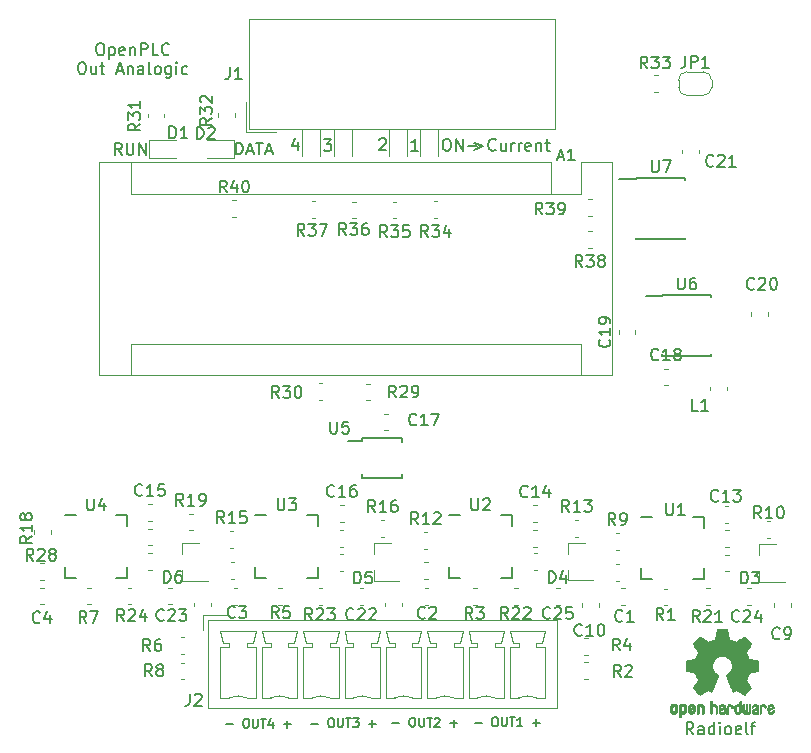
<source format=gbr>
G04 #@! TF.GenerationSoftware,KiCad,Pcbnew,5.99.0-unknown-c3175b4~86~ubuntu16.04.1*
G04 #@! TF.CreationDate,2019-12-02T17:51:55+01:00*
G04 #@! TF.ProjectId,OutAna,4f757441-6e61-42e6-9b69-6361645f7063,rev?*
G04 #@! TF.SameCoordinates,Original*
G04 #@! TF.FileFunction,Legend,Top*
G04 #@! TF.FilePolarity,Positive*
%FSLAX46Y46*%
G04 Gerber Fmt 4.6, Leading zero omitted, Abs format (unit mm)*
G04 Created by KiCad (PCBNEW 5.99.0-unknown-c3175b4~86~ubuntu16.04.1) date 2019-12-02 17:51:55*
%MOMM*%
%LPD*%
G04 APERTURE LIST*
%ADD10C,0.150000*%
%ADD11C,0.120000*%
%ADD12C,0.010000*%
G04 APERTURE END LIST*
D10*
X157820952Y-72885714D02*
X158582857Y-73171428D01*
X157820952Y-73457142D01*
X159630476Y-73457142D02*
X159582857Y-73504761D01*
X159440000Y-73552380D01*
X159344761Y-73552380D01*
X159201904Y-73504761D01*
X159106666Y-73409523D01*
X159059047Y-73314285D01*
X159011428Y-73123809D01*
X159011428Y-72980952D01*
X159059047Y-72790476D01*
X159106666Y-72695238D01*
X159201904Y-72600000D01*
X159344761Y-72552380D01*
X159440000Y-72552380D01*
X159582857Y-72600000D01*
X159630476Y-72647619D01*
X160487619Y-72885714D02*
X160487619Y-73552380D01*
X160059047Y-72885714D02*
X160059047Y-73409523D01*
X160106666Y-73504761D01*
X160201904Y-73552380D01*
X160344761Y-73552380D01*
X160440000Y-73504761D01*
X160487619Y-73457142D01*
X160963809Y-73552380D02*
X160963809Y-72885714D01*
X160963809Y-73076190D02*
X161011428Y-72980952D01*
X161059047Y-72933333D01*
X161154285Y-72885714D01*
X161249523Y-72885714D01*
X161582857Y-73552380D02*
X161582857Y-72885714D01*
X161582857Y-73076190D02*
X161630476Y-72980952D01*
X161678095Y-72933333D01*
X161773333Y-72885714D01*
X161868571Y-72885714D01*
X162582857Y-73504761D02*
X162487619Y-73552380D01*
X162297142Y-73552380D01*
X162201904Y-73504761D01*
X162154285Y-73409523D01*
X162154285Y-73028571D01*
X162201904Y-72933333D01*
X162297142Y-72885714D01*
X162487619Y-72885714D01*
X162582857Y-72933333D01*
X162630476Y-73028571D01*
X162630476Y-73123809D01*
X162154285Y-73219047D01*
X163059047Y-72885714D02*
X163059047Y-73552380D01*
X163059047Y-72980952D02*
X163106666Y-72933333D01*
X163201904Y-72885714D01*
X163344761Y-72885714D01*
X163440000Y-72933333D01*
X163487619Y-73028571D01*
X163487619Y-73552380D01*
X163820952Y-72885714D02*
X164201904Y-72885714D01*
X163963809Y-72552380D02*
X163963809Y-73409523D01*
X164011428Y-73504761D01*
X164106666Y-73552380D01*
X164201904Y-73552380D01*
X142870476Y-72815714D02*
X142870476Y-73482380D01*
X142632380Y-72434761D02*
X142394285Y-73149047D01*
X143013333Y-73149047D01*
X145086666Y-72562380D02*
X145705714Y-72562380D01*
X145372380Y-72943333D01*
X145515238Y-72943333D01*
X145610476Y-72990952D01*
X145658095Y-73038571D01*
X145705714Y-73133809D01*
X145705714Y-73371904D01*
X145658095Y-73467142D01*
X145610476Y-73514761D01*
X145515238Y-73562380D01*
X145229523Y-73562380D01*
X145134285Y-73514761D01*
X145086666Y-73467142D01*
X149794285Y-72607619D02*
X149841904Y-72560000D01*
X149937142Y-72512380D01*
X150175238Y-72512380D01*
X150270476Y-72560000D01*
X150318095Y-72607619D01*
X150365714Y-72702857D01*
X150365714Y-72798095D01*
X150318095Y-72940952D01*
X149746666Y-73512380D01*
X150365714Y-73512380D01*
X153075714Y-73552380D02*
X152504285Y-73552380D01*
X152790000Y-73552380D02*
X152790000Y-72552380D01*
X152694761Y-72695238D01*
X152599523Y-72790476D01*
X152504285Y-72838095D01*
X155401904Y-72552380D02*
X155592380Y-72552380D01*
X155687619Y-72600000D01*
X155782857Y-72695238D01*
X155830476Y-72885714D01*
X155830476Y-73219047D01*
X155782857Y-73409523D01*
X155687619Y-73504761D01*
X155592380Y-73552380D01*
X155401904Y-73552380D01*
X155306666Y-73504761D01*
X155211428Y-73409523D01*
X155163809Y-73219047D01*
X155163809Y-72885714D01*
X155211428Y-72695238D01*
X155306666Y-72600000D01*
X155401904Y-72552380D01*
X156259047Y-73552380D02*
X156259047Y-72552380D01*
X156830476Y-73552380D01*
X156830476Y-72552380D01*
X157306666Y-73171428D02*
X158068571Y-73171428D01*
X176378095Y-122952380D02*
X176044761Y-122476190D01*
X175806666Y-122952380D02*
X175806666Y-121952380D01*
X176187619Y-121952380D01*
X176282857Y-122000000D01*
X176330476Y-122047619D01*
X176378095Y-122142857D01*
X176378095Y-122285714D01*
X176330476Y-122380952D01*
X176282857Y-122428571D01*
X176187619Y-122476190D01*
X175806666Y-122476190D01*
X177235238Y-122952380D02*
X177235238Y-122428571D01*
X177187619Y-122333333D01*
X177092380Y-122285714D01*
X176901904Y-122285714D01*
X176806666Y-122333333D01*
X177235238Y-122904761D02*
X177140000Y-122952380D01*
X176901904Y-122952380D01*
X176806666Y-122904761D01*
X176759047Y-122809523D01*
X176759047Y-122714285D01*
X176806666Y-122619047D01*
X176901904Y-122571428D01*
X177140000Y-122571428D01*
X177235238Y-122523809D01*
X178140000Y-122952380D02*
X178140000Y-121952380D01*
X178140000Y-122904761D02*
X178044761Y-122952380D01*
X177854285Y-122952380D01*
X177759047Y-122904761D01*
X177711428Y-122857142D01*
X177663809Y-122761904D01*
X177663809Y-122476190D01*
X177711428Y-122380952D01*
X177759047Y-122333333D01*
X177854285Y-122285714D01*
X178044761Y-122285714D01*
X178140000Y-122333333D01*
X178616190Y-122952380D02*
X178616190Y-122285714D01*
X178616190Y-121952380D02*
X178568571Y-122000000D01*
X178616190Y-122047619D01*
X178663809Y-122000000D01*
X178616190Y-121952380D01*
X178616190Y-122047619D01*
X179235238Y-122952380D02*
X179140000Y-122904761D01*
X179092380Y-122857142D01*
X179044761Y-122761904D01*
X179044761Y-122476190D01*
X179092380Y-122380952D01*
X179140000Y-122333333D01*
X179235238Y-122285714D01*
X179378095Y-122285714D01*
X179473333Y-122333333D01*
X179520952Y-122380952D01*
X179568571Y-122476190D01*
X179568571Y-122761904D01*
X179520952Y-122857142D01*
X179473333Y-122904761D01*
X179378095Y-122952380D01*
X179235238Y-122952380D01*
X180378095Y-122904761D02*
X180282857Y-122952380D01*
X180092380Y-122952380D01*
X179997142Y-122904761D01*
X179949523Y-122809523D01*
X179949523Y-122428571D01*
X179997142Y-122333333D01*
X180092380Y-122285714D01*
X180282857Y-122285714D01*
X180378095Y-122333333D01*
X180425714Y-122428571D01*
X180425714Y-122523809D01*
X179949523Y-122619047D01*
X180997142Y-122952380D02*
X180901904Y-122904761D01*
X180854285Y-122809523D01*
X180854285Y-121952380D01*
X181235238Y-122285714D02*
X181616190Y-122285714D01*
X181378095Y-122952380D02*
X181378095Y-122095238D01*
X181425714Y-122000000D01*
X181520952Y-121952380D01*
X181616190Y-121952380D01*
X126066666Y-64457380D02*
X126257142Y-64457380D01*
X126352380Y-64505000D01*
X126447619Y-64600238D01*
X126495238Y-64790714D01*
X126495238Y-65124047D01*
X126447619Y-65314523D01*
X126352380Y-65409761D01*
X126257142Y-65457380D01*
X126066666Y-65457380D01*
X125971428Y-65409761D01*
X125876190Y-65314523D01*
X125828571Y-65124047D01*
X125828571Y-64790714D01*
X125876190Y-64600238D01*
X125971428Y-64505000D01*
X126066666Y-64457380D01*
X126923809Y-64790714D02*
X126923809Y-65790714D01*
X126923809Y-64838333D02*
X127019047Y-64790714D01*
X127209523Y-64790714D01*
X127304761Y-64838333D01*
X127352380Y-64885952D01*
X127400000Y-64981190D01*
X127400000Y-65266904D01*
X127352380Y-65362142D01*
X127304761Y-65409761D01*
X127209523Y-65457380D01*
X127019047Y-65457380D01*
X126923809Y-65409761D01*
X128209523Y-65409761D02*
X128114285Y-65457380D01*
X127923809Y-65457380D01*
X127828571Y-65409761D01*
X127780952Y-65314523D01*
X127780952Y-64933571D01*
X127828571Y-64838333D01*
X127923809Y-64790714D01*
X128114285Y-64790714D01*
X128209523Y-64838333D01*
X128257142Y-64933571D01*
X128257142Y-65028809D01*
X127780952Y-65124047D01*
X128685714Y-64790714D02*
X128685714Y-65457380D01*
X128685714Y-64885952D02*
X128733333Y-64838333D01*
X128828571Y-64790714D01*
X128971428Y-64790714D01*
X129066666Y-64838333D01*
X129114285Y-64933571D01*
X129114285Y-65457380D01*
X129590476Y-65457380D02*
X129590476Y-64457380D01*
X129971428Y-64457380D01*
X130066666Y-64505000D01*
X130114285Y-64552619D01*
X130161904Y-64647857D01*
X130161904Y-64790714D01*
X130114285Y-64885952D01*
X130066666Y-64933571D01*
X129971428Y-64981190D01*
X129590476Y-64981190D01*
X131066666Y-65457380D02*
X130590476Y-65457380D01*
X130590476Y-64457380D01*
X131971428Y-65362142D02*
X131923809Y-65409761D01*
X131780952Y-65457380D01*
X131685714Y-65457380D01*
X131542857Y-65409761D01*
X131447619Y-65314523D01*
X131400000Y-65219285D01*
X131352380Y-65028809D01*
X131352380Y-64885952D01*
X131400000Y-64695476D01*
X131447619Y-64600238D01*
X131542857Y-64505000D01*
X131685714Y-64457380D01*
X131780952Y-64457380D01*
X131923809Y-64505000D01*
X131971428Y-64552619D01*
X124519047Y-66067380D02*
X124709523Y-66067380D01*
X124804761Y-66115000D01*
X124900000Y-66210238D01*
X124947619Y-66400714D01*
X124947619Y-66734047D01*
X124900000Y-66924523D01*
X124804761Y-67019761D01*
X124709523Y-67067380D01*
X124519047Y-67067380D01*
X124423809Y-67019761D01*
X124328571Y-66924523D01*
X124280952Y-66734047D01*
X124280952Y-66400714D01*
X124328571Y-66210238D01*
X124423809Y-66115000D01*
X124519047Y-66067380D01*
X125804761Y-66400714D02*
X125804761Y-67067380D01*
X125376190Y-66400714D02*
X125376190Y-66924523D01*
X125423809Y-67019761D01*
X125519047Y-67067380D01*
X125661904Y-67067380D01*
X125757142Y-67019761D01*
X125804761Y-66972142D01*
X126138095Y-66400714D02*
X126519047Y-66400714D01*
X126280952Y-66067380D02*
X126280952Y-66924523D01*
X126328571Y-67019761D01*
X126423809Y-67067380D01*
X126519047Y-67067380D01*
X127566666Y-66781666D02*
X128042857Y-66781666D01*
X127471428Y-67067380D02*
X127804761Y-66067380D01*
X128138095Y-67067380D01*
X128471428Y-66400714D02*
X128471428Y-67067380D01*
X128471428Y-66495952D02*
X128519047Y-66448333D01*
X128614285Y-66400714D01*
X128757142Y-66400714D01*
X128852380Y-66448333D01*
X128900000Y-66543571D01*
X128900000Y-67067380D01*
X129804761Y-67067380D02*
X129804761Y-66543571D01*
X129757142Y-66448333D01*
X129661904Y-66400714D01*
X129471428Y-66400714D01*
X129376190Y-66448333D01*
X129804761Y-67019761D02*
X129709523Y-67067380D01*
X129471428Y-67067380D01*
X129376190Y-67019761D01*
X129328571Y-66924523D01*
X129328571Y-66829285D01*
X129376190Y-66734047D01*
X129471428Y-66686428D01*
X129709523Y-66686428D01*
X129804761Y-66638809D01*
X130423809Y-67067380D02*
X130328571Y-67019761D01*
X130280952Y-66924523D01*
X130280952Y-66067380D01*
X130947619Y-67067380D02*
X130852380Y-67019761D01*
X130804761Y-66972142D01*
X130757142Y-66876904D01*
X130757142Y-66591190D01*
X130804761Y-66495952D01*
X130852380Y-66448333D01*
X130947619Y-66400714D01*
X131090476Y-66400714D01*
X131185714Y-66448333D01*
X131233333Y-66495952D01*
X131280952Y-66591190D01*
X131280952Y-66876904D01*
X131233333Y-66972142D01*
X131185714Y-67019761D01*
X131090476Y-67067380D01*
X130947619Y-67067380D01*
X132138095Y-66400714D02*
X132138095Y-67210238D01*
X132090476Y-67305476D01*
X132042857Y-67353095D01*
X131947619Y-67400714D01*
X131804761Y-67400714D01*
X131709523Y-67353095D01*
X132138095Y-67019761D02*
X132042857Y-67067380D01*
X131852380Y-67067380D01*
X131757142Y-67019761D01*
X131709523Y-66972142D01*
X131661904Y-66876904D01*
X131661904Y-66591190D01*
X131709523Y-66495952D01*
X131757142Y-66448333D01*
X131852380Y-66400714D01*
X132042857Y-66400714D01*
X132138095Y-66448333D01*
X132614285Y-67067380D02*
X132614285Y-66400714D01*
X132614285Y-66067380D02*
X132566666Y-66115000D01*
X132614285Y-66162619D01*
X132661904Y-66115000D01*
X132614285Y-66067380D01*
X132614285Y-66162619D01*
X133519047Y-67019761D02*
X133423809Y-67067380D01*
X133233333Y-67067380D01*
X133138095Y-67019761D01*
X133090476Y-66972142D01*
X133042857Y-66876904D01*
X133042857Y-66591190D01*
X133090476Y-66495952D01*
X133138095Y-66448333D01*
X133233333Y-66400714D01*
X133423809Y-66400714D01*
X133519047Y-66448333D01*
X136790000Y-122103571D02*
X137361428Y-122103571D01*
X138432857Y-121639285D02*
X138575714Y-121639285D01*
X138647142Y-121675000D01*
X138718571Y-121746428D01*
X138754285Y-121889285D01*
X138754285Y-122139285D01*
X138718571Y-122282142D01*
X138647142Y-122353571D01*
X138575714Y-122389285D01*
X138432857Y-122389285D01*
X138361428Y-122353571D01*
X138290000Y-122282142D01*
X138254285Y-122139285D01*
X138254285Y-121889285D01*
X138290000Y-121746428D01*
X138361428Y-121675000D01*
X138432857Y-121639285D01*
X139075714Y-121639285D02*
X139075714Y-122246428D01*
X139111428Y-122317857D01*
X139147142Y-122353571D01*
X139218571Y-122389285D01*
X139361428Y-122389285D01*
X139432857Y-122353571D01*
X139468571Y-122317857D01*
X139504285Y-122246428D01*
X139504285Y-121639285D01*
X139754285Y-121639285D02*
X140182857Y-121639285D01*
X139968571Y-122389285D02*
X139968571Y-121639285D01*
X140754285Y-121889285D02*
X140754285Y-122389285D01*
X140575714Y-121603571D02*
X140397142Y-122139285D01*
X140861428Y-122139285D01*
X141718571Y-122103571D02*
X142290000Y-122103571D01*
X142004285Y-122389285D02*
X142004285Y-121817857D01*
X143990000Y-122063571D02*
X144561428Y-122063571D01*
X145632857Y-121599285D02*
X145775714Y-121599285D01*
X145847142Y-121635000D01*
X145918571Y-121706428D01*
X145954285Y-121849285D01*
X145954285Y-122099285D01*
X145918571Y-122242142D01*
X145847142Y-122313571D01*
X145775714Y-122349285D01*
X145632857Y-122349285D01*
X145561428Y-122313571D01*
X145490000Y-122242142D01*
X145454285Y-122099285D01*
X145454285Y-121849285D01*
X145490000Y-121706428D01*
X145561428Y-121635000D01*
X145632857Y-121599285D01*
X146275714Y-121599285D02*
X146275714Y-122206428D01*
X146311428Y-122277857D01*
X146347142Y-122313571D01*
X146418571Y-122349285D01*
X146561428Y-122349285D01*
X146632857Y-122313571D01*
X146668571Y-122277857D01*
X146704285Y-122206428D01*
X146704285Y-121599285D01*
X146954285Y-121599285D02*
X147382857Y-121599285D01*
X147168571Y-122349285D02*
X147168571Y-121599285D01*
X147561428Y-121599285D02*
X148025714Y-121599285D01*
X147775714Y-121885000D01*
X147882857Y-121885000D01*
X147954285Y-121920714D01*
X147990000Y-121956428D01*
X148025714Y-122027857D01*
X148025714Y-122206428D01*
X147990000Y-122277857D01*
X147954285Y-122313571D01*
X147882857Y-122349285D01*
X147668571Y-122349285D01*
X147597142Y-122313571D01*
X147561428Y-122277857D01*
X148918571Y-122063571D02*
X149490000Y-122063571D01*
X149204285Y-122349285D02*
X149204285Y-121777857D01*
X150870000Y-122023571D02*
X151441428Y-122023571D01*
X152512857Y-121559285D02*
X152655714Y-121559285D01*
X152727142Y-121595000D01*
X152798571Y-121666428D01*
X152834285Y-121809285D01*
X152834285Y-122059285D01*
X152798571Y-122202142D01*
X152727142Y-122273571D01*
X152655714Y-122309285D01*
X152512857Y-122309285D01*
X152441428Y-122273571D01*
X152370000Y-122202142D01*
X152334285Y-122059285D01*
X152334285Y-121809285D01*
X152370000Y-121666428D01*
X152441428Y-121595000D01*
X152512857Y-121559285D01*
X153155714Y-121559285D02*
X153155714Y-122166428D01*
X153191428Y-122237857D01*
X153227142Y-122273571D01*
X153298571Y-122309285D01*
X153441428Y-122309285D01*
X153512857Y-122273571D01*
X153548571Y-122237857D01*
X153584285Y-122166428D01*
X153584285Y-121559285D01*
X153834285Y-121559285D02*
X154262857Y-121559285D01*
X154048571Y-122309285D02*
X154048571Y-121559285D01*
X154477142Y-121630714D02*
X154512857Y-121595000D01*
X154584285Y-121559285D01*
X154762857Y-121559285D01*
X154834285Y-121595000D01*
X154870000Y-121630714D01*
X154905714Y-121702142D01*
X154905714Y-121773571D01*
X154870000Y-121880714D01*
X154441428Y-122309285D01*
X154905714Y-122309285D01*
X155798571Y-122023571D02*
X156370000Y-122023571D01*
X156084285Y-122309285D02*
X156084285Y-121737857D01*
X157870000Y-121983571D02*
X158441428Y-121983571D01*
X159512857Y-121519285D02*
X159655714Y-121519285D01*
X159727142Y-121555000D01*
X159798571Y-121626428D01*
X159834285Y-121769285D01*
X159834285Y-122019285D01*
X159798571Y-122162142D01*
X159727142Y-122233571D01*
X159655714Y-122269285D01*
X159512857Y-122269285D01*
X159441428Y-122233571D01*
X159370000Y-122162142D01*
X159334285Y-122019285D01*
X159334285Y-121769285D01*
X159370000Y-121626428D01*
X159441428Y-121555000D01*
X159512857Y-121519285D01*
X160155714Y-121519285D02*
X160155714Y-122126428D01*
X160191428Y-122197857D01*
X160227142Y-122233571D01*
X160298571Y-122269285D01*
X160441428Y-122269285D01*
X160512857Y-122233571D01*
X160548571Y-122197857D01*
X160584285Y-122126428D01*
X160584285Y-121519285D01*
X160834285Y-121519285D02*
X161262857Y-121519285D01*
X161048571Y-122269285D02*
X161048571Y-121519285D01*
X161905714Y-122269285D02*
X161477142Y-122269285D01*
X161691428Y-122269285D02*
X161691428Y-121519285D01*
X161620000Y-121626428D01*
X161548571Y-121697857D01*
X161477142Y-121733571D01*
X162798571Y-121983571D02*
X163370000Y-121983571D01*
X163084285Y-122269285D02*
X163084285Y-121697857D01*
D11*
X137345000Y-79185000D02*
X137645000Y-79185000D01*
X137345000Y-77765000D02*
X137645000Y-77765000D01*
X171459000Y-89050000D02*
X171459000Y-88750000D01*
X170039000Y-89050000D02*
X170039000Y-88750000D01*
X173901000Y-93420000D02*
X174201000Y-93420000D01*
X173901000Y-92000000D02*
X174201000Y-92000000D01*
D10*
X173745000Y-85815000D02*
X172345000Y-85815000D01*
X173745000Y-90915000D02*
X177895000Y-90915000D01*
X173745000Y-85765000D02*
X177895000Y-85765000D01*
X173745000Y-90915000D02*
X173745000Y-90770000D01*
X177895000Y-90915000D02*
X177895000Y-90770000D01*
X177895000Y-85765000D02*
X177895000Y-85910000D01*
X173745000Y-85765000D02*
X173745000Y-85815000D01*
D11*
X167770000Y-77640000D02*
X167470000Y-77640000D01*
X167770000Y-79060000D02*
X167470000Y-79060000D01*
X167770000Y-80390000D02*
X167470000Y-80390000D01*
X167770000Y-81810000D02*
X167470000Y-81810000D01*
D10*
X171495000Y-75905000D02*
X171495000Y-75955000D01*
X175645000Y-75905000D02*
X175645000Y-76050000D01*
X175645000Y-81055000D02*
X175645000Y-80910000D01*
X171495000Y-81055000D02*
X171495000Y-80910000D01*
X171495000Y-75905000D02*
X175645000Y-75905000D01*
X171495000Y-81055000D02*
X175645000Y-81055000D01*
X171495000Y-75955000D02*
X170095000Y-75955000D01*
D11*
X144800000Y-74005000D02*
X144800000Y-71735000D01*
X144800000Y-71735000D02*
X143280000Y-71735000D01*
X143280000Y-71735000D02*
X143280000Y-74005000D01*
X147460000Y-74000000D02*
X147460000Y-71730000D01*
X147460000Y-71730000D02*
X145940000Y-71730000D01*
X145940000Y-71730000D02*
X145940000Y-74000000D01*
X152140000Y-73975000D02*
X152140000Y-71705000D01*
X152140000Y-71705000D02*
X150620000Y-71705000D01*
X150620000Y-71705000D02*
X150620000Y-73975000D01*
X154790000Y-73965000D02*
X154790000Y-71695000D01*
X154790000Y-71695000D02*
X153270000Y-71695000D01*
X153270000Y-71695000D02*
X153270000Y-73965000D01*
X133100000Y-106790000D02*
X133100000Y-107720000D01*
X133100000Y-109950000D02*
X133100000Y-109020000D01*
X133100000Y-109950000D02*
X135260000Y-109950000D01*
X133100000Y-106790000D02*
X134560000Y-106790000D01*
X149330000Y-106790000D02*
X149330000Y-107720000D01*
X149330000Y-109950000D02*
X149330000Y-109020000D01*
X149330000Y-109950000D02*
X151490000Y-109950000D01*
X149330000Y-106790000D02*
X150790000Y-106790000D01*
X165730000Y-106780000D02*
X165730000Y-107710000D01*
X165730000Y-109940000D02*
X165730000Y-109010000D01*
X165730000Y-109940000D02*
X167890000Y-109940000D01*
X165730000Y-106780000D02*
X167190000Y-106780000D01*
X181950000Y-106880000D02*
X181950000Y-107810000D01*
X181950000Y-110040000D02*
X181950000Y-109110000D01*
X181950000Y-110040000D02*
X184110000Y-110040000D01*
X181950000Y-106880000D02*
X183410000Y-106880000D01*
X144065000Y-79270000D02*
X144365000Y-79270000D01*
X144065000Y-77850000D02*
X144365000Y-77850000D01*
X147505000Y-79280000D02*
X147805000Y-79280000D01*
X147505000Y-77860000D02*
X147805000Y-77860000D01*
X151240000Y-77860000D02*
X150940000Y-77860000D01*
X151240000Y-79280000D02*
X150940000Y-79280000D01*
X154695000Y-77850000D02*
X154395000Y-77850000D01*
X154695000Y-79270000D02*
X154395000Y-79270000D01*
X177790000Y-93530000D02*
X177790000Y-93830000D01*
X179210000Y-93530000D02*
X179210000Y-93830000D01*
X179365000Y-105690000D02*
X179065000Y-105690000D01*
X179365000Y-107110000D02*
X179065000Y-107110000D01*
D10*
X148335000Y-98120000D02*
X147110000Y-98120000D01*
X148335000Y-101245000D02*
X151685000Y-101245000D01*
X148335000Y-97895000D02*
X151685000Y-97895000D01*
X148335000Y-101245000D02*
X148335000Y-100945000D01*
X151685000Y-101245000D02*
X151685000Y-100945000D01*
X151685000Y-97895000D02*
X151685000Y-98195000D01*
X148335000Y-97895000D02*
X148335000Y-98120000D01*
X128450000Y-104430000D02*
X127525000Y-104430000D01*
X128450000Y-109730000D02*
X127525000Y-109730000D01*
X123150000Y-109730000D02*
X124075000Y-109730000D01*
X123150000Y-104430000D02*
X124075000Y-104430000D01*
X128450000Y-109730000D02*
X128450000Y-108805000D01*
X123150000Y-109730000D02*
X123150000Y-108805000D01*
X128450000Y-104430000D02*
X128450000Y-105355000D01*
X144580000Y-104410000D02*
X143655000Y-104410000D01*
X144580000Y-109710000D02*
X143655000Y-109710000D01*
X139280000Y-109710000D02*
X140205000Y-109710000D01*
X139280000Y-104410000D02*
X140205000Y-104410000D01*
X144580000Y-109710000D02*
X144580000Y-108785000D01*
X139280000Y-109710000D02*
X139280000Y-108785000D01*
X144580000Y-104410000D02*
X144580000Y-105335000D01*
X160990000Y-104420000D02*
X160065000Y-104420000D01*
X160990000Y-109720000D02*
X160065000Y-109720000D01*
X155690000Y-109720000D02*
X156615000Y-109720000D01*
X155690000Y-104420000D02*
X156615000Y-104420000D01*
X160990000Y-109720000D02*
X160990000Y-108795000D01*
X155690000Y-109720000D02*
X155690000Y-108795000D01*
X160990000Y-104420000D02*
X160990000Y-105345000D01*
X177260000Y-104540000D02*
X176335000Y-104540000D01*
X177260000Y-109840000D02*
X176335000Y-109840000D01*
X171960000Y-109840000D02*
X172885000Y-109840000D01*
X171960000Y-104540000D02*
X172885000Y-104540000D01*
X177260000Y-109840000D02*
X177260000Y-108915000D01*
X171960000Y-109840000D02*
X171960000Y-108915000D01*
X177260000Y-104540000D02*
X177260000Y-105465000D01*
D11*
X173345000Y-67140000D02*
X173045000Y-67140000D01*
X173345000Y-68560000D02*
X173045000Y-68560000D01*
X136150000Y-70375000D02*
X136150000Y-70675000D01*
X137570000Y-70375000D02*
X137570000Y-70675000D01*
X130170000Y-70425000D02*
X130170000Y-70725000D01*
X131590000Y-70425000D02*
X131590000Y-70725000D01*
X144975000Y-93240000D02*
X144675000Y-93240000D01*
X144975000Y-94660000D02*
X144675000Y-94660000D01*
X148694000Y-94690000D02*
X148994000Y-94690000D01*
X148694000Y-93270000D02*
X148994000Y-93270000D01*
X121075000Y-109870000D02*
X121375000Y-109870000D01*
X121075000Y-108450000D02*
X121375000Y-108450000D01*
X137205000Y-109790000D02*
X137505000Y-109790000D01*
X137205000Y-108370000D02*
X137505000Y-108370000D01*
X153595000Y-109820000D02*
X153895000Y-109820000D01*
X153595000Y-108400000D02*
X153895000Y-108400000D01*
X169805000Y-109990000D02*
X170105000Y-109990000D01*
X169805000Y-108570000D02*
X170105000Y-108570000D01*
X128485000Y-111970000D02*
X128785000Y-111970000D01*
X128485000Y-110550000D02*
X128785000Y-110550000D01*
X144670000Y-112000000D02*
X144970000Y-112000000D01*
X144670000Y-110580000D02*
X144970000Y-110580000D01*
X161195000Y-112000000D02*
X161495000Y-112000000D01*
X161195000Y-110580000D02*
X161495000Y-110580000D01*
X177475000Y-112030000D02*
X177775000Y-112030000D01*
X177475000Y-110610000D02*
X177775000Y-110610000D01*
X130205000Y-109040000D02*
X130505000Y-109040000D01*
X130205000Y-107620000D02*
X130505000Y-107620000D01*
X133675000Y-105700000D02*
X133975000Y-105700000D01*
X133675000Y-104280000D02*
X133975000Y-104280000D01*
X120580000Y-105685000D02*
X120580000Y-105985000D01*
X122000000Y-105685000D02*
X122000000Y-105985000D01*
X146425000Y-109120000D02*
X146725000Y-109120000D01*
X146425000Y-107700000D02*
X146725000Y-107700000D01*
X149925000Y-106250000D02*
X150225000Y-106250000D01*
X149925000Y-104830000D02*
X150225000Y-104830000D01*
X137140000Y-107190000D02*
X137440000Y-107190000D01*
X137140000Y-105770000D02*
X137440000Y-105770000D01*
X162855000Y-109070000D02*
X163155000Y-109070000D01*
X162855000Y-107650000D02*
X163155000Y-107650000D01*
X166345000Y-106220000D02*
X166645000Y-106220000D01*
X166345000Y-104800000D02*
X166645000Y-104800000D01*
X153565000Y-107280000D02*
X153865000Y-107280000D01*
X153565000Y-105860000D02*
X153865000Y-105860000D01*
X179085000Y-109170000D02*
X179385000Y-109170000D01*
X179085000Y-107750000D02*
X179385000Y-107750000D01*
X182575000Y-106340000D02*
X182875000Y-106340000D01*
X182575000Y-104920000D02*
X182875000Y-104920000D01*
X169795000Y-107350000D02*
X170095000Y-107350000D01*
X169795000Y-105930000D02*
X170095000Y-105930000D01*
X132975000Y-118320000D02*
X133275000Y-118320000D01*
X132975000Y-116900000D02*
X133275000Y-116900000D01*
X125035000Y-111960000D02*
X125335000Y-111960000D01*
X125035000Y-110540000D02*
X125335000Y-110540000D01*
X132980000Y-116170000D02*
X133280000Y-116170000D01*
X132980000Y-114750000D02*
X133280000Y-114750000D01*
X141230000Y-112000000D02*
X141530000Y-112000000D01*
X141230000Y-110580000D02*
X141530000Y-110580000D01*
X167455000Y-114790000D02*
X167155000Y-114790000D01*
X167455000Y-116210000D02*
X167155000Y-116210000D01*
X157725000Y-111990000D02*
X158025000Y-111990000D01*
X157725000Y-110570000D02*
X158025000Y-110570000D01*
X167415000Y-116870000D02*
X167115000Y-116870000D01*
X167415000Y-118290000D02*
X167115000Y-118290000D01*
X173885000Y-112040000D02*
X174185000Y-112040000D01*
X173885000Y-110620000D02*
X174185000Y-110620000D01*
D12*
G36*
X178939878Y-114077776D02*
G01*
X179045612Y-114078355D01*
X179122132Y-114079922D01*
X179174372Y-114082972D01*
X179207263Y-114087996D01*
X179225737Y-114095489D01*
X179234727Y-114105944D01*
X179239163Y-114119853D01*
X179239594Y-114121654D01*
X179246333Y-114154145D01*
X179258808Y-114218252D01*
X179275719Y-114307151D01*
X179295771Y-114414019D01*
X179317664Y-114532033D01*
X179318429Y-114536178D01*
X179340359Y-114651831D01*
X179360877Y-114754014D01*
X179378659Y-114836598D01*
X179392381Y-114893456D01*
X179400718Y-114918458D01*
X179401116Y-114918901D01*
X179425677Y-114931110D01*
X179476315Y-114951456D01*
X179542095Y-114975545D01*
X179542461Y-114975674D01*
X179625317Y-115006818D01*
X179723000Y-115046491D01*
X179815077Y-115086381D01*
X179819434Y-115088353D01*
X179969407Y-115156420D01*
X180301498Y-114929639D01*
X180403374Y-114860504D01*
X180495657Y-114798697D01*
X180573003Y-114747733D01*
X180630064Y-114711127D01*
X180661495Y-114692394D01*
X180664479Y-114691004D01*
X180687321Y-114697190D01*
X180729982Y-114727035D01*
X180794128Y-114781947D01*
X180881421Y-114863334D01*
X180970535Y-114949922D01*
X181056441Y-115035247D01*
X181133327Y-115113108D01*
X181196564Y-115178697D01*
X181241523Y-115227205D01*
X181263576Y-115253825D01*
X181264396Y-115255195D01*
X181266834Y-115273463D01*
X181257650Y-115303295D01*
X181234574Y-115348721D01*
X181195337Y-115413770D01*
X181137670Y-115502470D01*
X181060795Y-115616657D01*
X180992570Y-115717162D01*
X180931582Y-115807303D01*
X180881356Y-115881849D01*
X180845416Y-115935565D01*
X180827287Y-115963218D01*
X180826146Y-115965095D01*
X180828359Y-115991590D01*
X180845138Y-116043086D01*
X180873142Y-116109851D01*
X180883122Y-116131172D01*
X180926672Y-116226159D01*
X180973134Y-116333937D01*
X181010877Y-116427192D01*
X181038073Y-116496406D01*
X181059675Y-116549006D01*
X181072158Y-116576497D01*
X181073709Y-116578616D01*
X181096668Y-116582124D01*
X181150786Y-116591738D01*
X181228868Y-116606089D01*
X181323719Y-116623807D01*
X181428143Y-116643525D01*
X181534944Y-116663874D01*
X181636926Y-116683486D01*
X181726894Y-116700991D01*
X181797653Y-116715022D01*
X181842006Y-116724209D01*
X181852885Y-116726807D01*
X181864122Y-116733218D01*
X181872605Y-116747697D01*
X181878714Y-116775133D01*
X181882832Y-116820411D01*
X181885341Y-116888420D01*
X181886621Y-116984047D01*
X181887054Y-117112180D01*
X181887077Y-117164701D01*
X181887077Y-117591845D01*
X181784500Y-117612091D01*
X181727431Y-117623070D01*
X181642269Y-117639095D01*
X181539372Y-117658233D01*
X181429096Y-117678551D01*
X181398615Y-117684132D01*
X181296855Y-117703917D01*
X181208205Y-117723373D01*
X181140108Y-117740697D01*
X181100004Y-117754088D01*
X181093323Y-117758079D01*
X181076919Y-117786342D01*
X181053399Y-117841109D01*
X181027316Y-117911588D01*
X181022142Y-117926769D01*
X180987956Y-118020896D01*
X180945523Y-118127101D01*
X180903997Y-118222473D01*
X180903792Y-118222916D01*
X180834640Y-118372525D01*
X181289512Y-119041617D01*
X180997500Y-119334116D01*
X180909180Y-119421170D01*
X180828625Y-119497909D01*
X180760360Y-119560237D01*
X180708908Y-119604056D01*
X180678794Y-119625270D01*
X180674474Y-119626616D01*
X180649111Y-119616016D01*
X180597358Y-119586547D01*
X180524868Y-119541705D01*
X180437294Y-119484984D01*
X180342612Y-119421462D01*
X180246516Y-119356668D01*
X180160837Y-119300287D01*
X180091016Y-119255788D01*
X180042494Y-119226639D01*
X180020782Y-119216308D01*
X179994293Y-119225050D01*
X179944062Y-119248087D01*
X179880451Y-119280631D01*
X179873708Y-119284249D01*
X179788046Y-119327210D01*
X179729306Y-119348279D01*
X179692772Y-119348503D01*
X179673731Y-119328928D01*
X179673620Y-119328654D01*
X179664102Y-119305472D01*
X179641403Y-119250441D01*
X179607282Y-119167822D01*
X179563500Y-119061872D01*
X179511816Y-118936852D01*
X179453992Y-118797020D01*
X179397991Y-118661637D01*
X179336447Y-118512234D01*
X179279939Y-118373832D01*
X179230161Y-118250673D01*
X179188806Y-118147002D01*
X179157568Y-118067059D01*
X179138141Y-118015088D01*
X179132154Y-117995692D01*
X179147168Y-117973443D01*
X179186439Y-117937982D01*
X179238807Y-117898887D01*
X179387941Y-117775245D01*
X179504511Y-117633522D01*
X179587118Y-117476704D01*
X179634366Y-117307775D01*
X179644857Y-117129722D01*
X179637231Y-117047539D01*
X179595682Y-116877031D01*
X179524123Y-116726459D01*
X179426995Y-116597309D01*
X179308734Y-116491064D01*
X179173780Y-116409210D01*
X179026571Y-116353232D01*
X178871544Y-116324615D01*
X178713139Y-116324844D01*
X178555794Y-116355405D01*
X178403946Y-116417782D01*
X178262035Y-116513460D01*
X178202803Y-116567572D01*
X178089203Y-116706520D01*
X178010106Y-116858361D01*
X177964986Y-117018667D01*
X177953316Y-117183012D01*
X177974569Y-117346971D01*
X178028220Y-117506118D01*
X178113740Y-117656025D01*
X178230605Y-117792267D01*
X178361193Y-117898887D01*
X178415588Y-117939642D01*
X178454014Y-117974718D01*
X178467846Y-117995726D01*
X178460603Y-118018635D01*
X178440005Y-118073365D01*
X178407746Y-118155672D01*
X178365521Y-118261315D01*
X178315023Y-118386050D01*
X178257948Y-118525636D01*
X178201854Y-118661670D01*
X178139967Y-118811201D01*
X178082644Y-118949767D01*
X178031644Y-119073107D01*
X177988727Y-119176964D01*
X177955653Y-119257080D01*
X177934181Y-119309195D01*
X177926225Y-119328654D01*
X177907429Y-119348423D01*
X177871074Y-119348365D01*
X177812479Y-119327441D01*
X177726968Y-119284613D01*
X177726292Y-119284249D01*
X177661907Y-119251012D01*
X177609861Y-119226802D01*
X177580512Y-119216404D01*
X177579217Y-119216308D01*
X177557124Y-119226855D01*
X177508348Y-119256184D01*
X177438331Y-119300827D01*
X177352514Y-119357314D01*
X177257388Y-119421462D01*
X177160540Y-119486411D01*
X177073253Y-119542896D01*
X177001181Y-119587421D01*
X176949977Y-119616490D01*
X176925526Y-119626616D01*
X176903010Y-119613307D01*
X176857742Y-119576112D01*
X176794244Y-119519128D01*
X176717039Y-119446449D01*
X176630651Y-119362171D01*
X176602399Y-119334016D01*
X176310287Y-119041416D01*
X176532631Y-118715104D01*
X176600202Y-118614897D01*
X176659507Y-118524963D01*
X176707217Y-118450510D01*
X176740007Y-118396751D01*
X176754548Y-118368894D01*
X176754974Y-118366912D01*
X176747308Y-118340655D01*
X176726689Y-118287837D01*
X176696685Y-118217310D01*
X176675625Y-118170093D01*
X176636248Y-118079694D01*
X176599165Y-117988366D01*
X176570415Y-117911200D01*
X176562605Y-117887692D01*
X176540417Y-117824916D01*
X176518727Y-117776411D01*
X176506813Y-117758079D01*
X176480523Y-117746859D01*
X176423142Y-117730954D01*
X176342118Y-117712167D01*
X176244895Y-117692299D01*
X176201385Y-117684132D01*
X176090896Y-117663829D01*
X175984916Y-117644170D01*
X175893801Y-117627088D01*
X175827908Y-117614518D01*
X175815500Y-117612091D01*
X175712923Y-117591845D01*
X175712923Y-117164701D01*
X175713153Y-117024246D01*
X175714099Y-116917979D01*
X175716141Y-116841013D01*
X175719662Y-116788460D01*
X175725043Y-116755433D01*
X175732666Y-116737045D01*
X175742912Y-116728408D01*
X175747115Y-116726807D01*
X175772470Y-116721127D01*
X175828484Y-116709795D01*
X175907964Y-116694179D01*
X176003712Y-116675647D01*
X176108533Y-116655569D01*
X176215232Y-116635312D01*
X176316613Y-116616246D01*
X176405479Y-116599739D01*
X176474637Y-116587159D01*
X176516889Y-116579875D01*
X176526290Y-116578616D01*
X176534807Y-116561763D01*
X176553660Y-116516870D01*
X176579324Y-116452430D01*
X176589123Y-116427192D01*
X176628648Y-116329686D01*
X176675192Y-116221959D01*
X176716877Y-116131172D01*
X176747550Y-116061753D01*
X176767956Y-116004710D01*
X176774768Y-115969777D01*
X176773682Y-115965095D01*
X176759285Y-115942991D01*
X176726412Y-115893831D01*
X176678590Y-115822848D01*
X176619348Y-115735278D01*
X176552215Y-115636357D01*
X176538941Y-115616830D01*
X176461046Y-115501140D01*
X176403787Y-115413044D01*
X176364881Y-115348486D01*
X176342044Y-115303411D01*
X176332994Y-115273763D01*
X176335448Y-115255485D01*
X176335511Y-115255369D01*
X176354827Y-115231361D01*
X176397551Y-115184947D01*
X176459051Y-115120937D01*
X176534698Y-115044145D01*
X176619861Y-114959382D01*
X176629465Y-114949922D01*
X176736790Y-114845989D01*
X176819615Y-114769675D01*
X176879605Y-114719571D01*
X176918423Y-114694270D01*
X176935520Y-114691004D01*
X176960473Y-114705250D01*
X177012255Y-114738156D01*
X177085520Y-114786208D01*
X177174920Y-114845890D01*
X177275111Y-114913688D01*
X177298501Y-114929639D01*
X177630593Y-115156420D01*
X177780565Y-115088353D01*
X177871770Y-115048685D01*
X177969669Y-115008791D01*
X178053831Y-114976983D01*
X178057538Y-114975674D01*
X178123369Y-114951576D01*
X178174116Y-114931200D01*
X178198842Y-114918936D01*
X178198884Y-114918901D01*
X178206729Y-114896734D01*
X178220066Y-114842217D01*
X178237570Y-114761480D01*
X178257917Y-114660650D01*
X178279782Y-114545856D01*
X178281571Y-114536178D01*
X178303504Y-114417904D01*
X178323640Y-114310542D01*
X178340680Y-114220917D01*
X178353328Y-114155851D01*
X178360284Y-114122168D01*
X178360406Y-114121654D01*
X178364639Y-114107325D01*
X178372871Y-114096507D01*
X178390033Y-114088706D01*
X178421058Y-114083429D01*
X178470878Y-114080182D01*
X178544424Y-114078472D01*
X178646629Y-114077807D01*
X178782425Y-114077693D01*
X178800000Y-114077692D01*
X178939878Y-114077776D01*
X178939878Y-114077776D01*
G37*
X178939878Y-114077776D02*
X179045612Y-114078355D01*
X179122132Y-114079922D01*
X179174372Y-114082972D01*
X179207263Y-114087996D01*
X179225737Y-114095489D01*
X179234727Y-114105944D01*
X179239163Y-114119853D01*
X179239594Y-114121654D01*
X179246333Y-114154145D01*
X179258808Y-114218252D01*
X179275719Y-114307151D01*
X179295771Y-114414019D01*
X179317664Y-114532033D01*
X179318429Y-114536178D01*
X179340359Y-114651831D01*
X179360877Y-114754014D01*
X179378659Y-114836598D01*
X179392381Y-114893456D01*
X179400718Y-114918458D01*
X179401116Y-114918901D01*
X179425677Y-114931110D01*
X179476315Y-114951456D01*
X179542095Y-114975545D01*
X179542461Y-114975674D01*
X179625317Y-115006818D01*
X179723000Y-115046491D01*
X179815077Y-115086381D01*
X179819434Y-115088353D01*
X179969407Y-115156420D01*
X180301498Y-114929639D01*
X180403374Y-114860504D01*
X180495657Y-114798697D01*
X180573003Y-114747733D01*
X180630064Y-114711127D01*
X180661495Y-114692394D01*
X180664479Y-114691004D01*
X180687321Y-114697190D01*
X180729982Y-114727035D01*
X180794128Y-114781947D01*
X180881421Y-114863334D01*
X180970535Y-114949922D01*
X181056441Y-115035247D01*
X181133327Y-115113108D01*
X181196564Y-115178697D01*
X181241523Y-115227205D01*
X181263576Y-115253825D01*
X181264396Y-115255195D01*
X181266834Y-115273463D01*
X181257650Y-115303295D01*
X181234574Y-115348721D01*
X181195337Y-115413770D01*
X181137670Y-115502470D01*
X181060795Y-115616657D01*
X180992570Y-115717162D01*
X180931582Y-115807303D01*
X180881356Y-115881849D01*
X180845416Y-115935565D01*
X180827287Y-115963218D01*
X180826146Y-115965095D01*
X180828359Y-115991590D01*
X180845138Y-116043086D01*
X180873142Y-116109851D01*
X180883122Y-116131172D01*
X180926672Y-116226159D01*
X180973134Y-116333937D01*
X181010877Y-116427192D01*
X181038073Y-116496406D01*
X181059675Y-116549006D01*
X181072158Y-116576497D01*
X181073709Y-116578616D01*
X181096668Y-116582124D01*
X181150786Y-116591738D01*
X181228868Y-116606089D01*
X181323719Y-116623807D01*
X181428143Y-116643525D01*
X181534944Y-116663874D01*
X181636926Y-116683486D01*
X181726894Y-116700991D01*
X181797653Y-116715022D01*
X181842006Y-116724209D01*
X181852885Y-116726807D01*
X181864122Y-116733218D01*
X181872605Y-116747697D01*
X181878714Y-116775133D01*
X181882832Y-116820411D01*
X181885341Y-116888420D01*
X181886621Y-116984047D01*
X181887054Y-117112180D01*
X181887077Y-117164701D01*
X181887077Y-117591845D01*
X181784500Y-117612091D01*
X181727431Y-117623070D01*
X181642269Y-117639095D01*
X181539372Y-117658233D01*
X181429096Y-117678551D01*
X181398615Y-117684132D01*
X181296855Y-117703917D01*
X181208205Y-117723373D01*
X181140108Y-117740697D01*
X181100004Y-117754088D01*
X181093323Y-117758079D01*
X181076919Y-117786342D01*
X181053399Y-117841109D01*
X181027316Y-117911588D01*
X181022142Y-117926769D01*
X180987956Y-118020896D01*
X180945523Y-118127101D01*
X180903997Y-118222473D01*
X180903792Y-118222916D01*
X180834640Y-118372525D01*
X181289512Y-119041617D01*
X180997500Y-119334116D01*
X180909180Y-119421170D01*
X180828625Y-119497909D01*
X180760360Y-119560237D01*
X180708908Y-119604056D01*
X180678794Y-119625270D01*
X180674474Y-119626616D01*
X180649111Y-119616016D01*
X180597358Y-119586547D01*
X180524868Y-119541705D01*
X180437294Y-119484984D01*
X180342612Y-119421462D01*
X180246516Y-119356668D01*
X180160837Y-119300287D01*
X180091016Y-119255788D01*
X180042494Y-119226639D01*
X180020782Y-119216308D01*
X179994293Y-119225050D01*
X179944062Y-119248087D01*
X179880451Y-119280631D01*
X179873708Y-119284249D01*
X179788046Y-119327210D01*
X179729306Y-119348279D01*
X179692772Y-119348503D01*
X179673731Y-119328928D01*
X179673620Y-119328654D01*
X179664102Y-119305472D01*
X179641403Y-119250441D01*
X179607282Y-119167822D01*
X179563500Y-119061872D01*
X179511816Y-118936852D01*
X179453992Y-118797020D01*
X179397991Y-118661637D01*
X179336447Y-118512234D01*
X179279939Y-118373832D01*
X179230161Y-118250673D01*
X179188806Y-118147002D01*
X179157568Y-118067059D01*
X179138141Y-118015088D01*
X179132154Y-117995692D01*
X179147168Y-117973443D01*
X179186439Y-117937982D01*
X179238807Y-117898887D01*
X179387941Y-117775245D01*
X179504511Y-117633522D01*
X179587118Y-117476704D01*
X179634366Y-117307775D01*
X179644857Y-117129722D01*
X179637231Y-117047539D01*
X179595682Y-116877031D01*
X179524123Y-116726459D01*
X179426995Y-116597309D01*
X179308734Y-116491064D01*
X179173780Y-116409210D01*
X179026571Y-116353232D01*
X178871544Y-116324615D01*
X178713139Y-116324844D01*
X178555794Y-116355405D01*
X178403946Y-116417782D01*
X178262035Y-116513460D01*
X178202803Y-116567572D01*
X178089203Y-116706520D01*
X178010106Y-116858361D01*
X177964986Y-117018667D01*
X177953316Y-117183012D01*
X177974569Y-117346971D01*
X178028220Y-117506118D01*
X178113740Y-117656025D01*
X178230605Y-117792267D01*
X178361193Y-117898887D01*
X178415588Y-117939642D01*
X178454014Y-117974718D01*
X178467846Y-117995726D01*
X178460603Y-118018635D01*
X178440005Y-118073365D01*
X178407746Y-118155672D01*
X178365521Y-118261315D01*
X178315023Y-118386050D01*
X178257948Y-118525636D01*
X178201854Y-118661670D01*
X178139967Y-118811201D01*
X178082644Y-118949767D01*
X178031644Y-119073107D01*
X177988727Y-119176964D01*
X177955653Y-119257080D01*
X177934181Y-119309195D01*
X177926225Y-119328654D01*
X177907429Y-119348423D01*
X177871074Y-119348365D01*
X177812479Y-119327441D01*
X177726968Y-119284613D01*
X177726292Y-119284249D01*
X177661907Y-119251012D01*
X177609861Y-119226802D01*
X177580512Y-119216404D01*
X177579217Y-119216308D01*
X177557124Y-119226855D01*
X177508348Y-119256184D01*
X177438331Y-119300827D01*
X177352514Y-119357314D01*
X177257388Y-119421462D01*
X177160540Y-119486411D01*
X177073253Y-119542896D01*
X177001181Y-119587421D01*
X176949977Y-119616490D01*
X176925526Y-119626616D01*
X176903010Y-119613307D01*
X176857742Y-119576112D01*
X176794244Y-119519128D01*
X176717039Y-119446449D01*
X176630651Y-119362171D01*
X176602399Y-119334016D01*
X176310287Y-119041416D01*
X176532631Y-118715104D01*
X176600202Y-118614897D01*
X176659507Y-118524963D01*
X176707217Y-118450510D01*
X176740007Y-118396751D01*
X176754548Y-118368894D01*
X176754974Y-118366912D01*
X176747308Y-118340655D01*
X176726689Y-118287837D01*
X176696685Y-118217310D01*
X176675625Y-118170093D01*
X176636248Y-118079694D01*
X176599165Y-117988366D01*
X176570415Y-117911200D01*
X176562605Y-117887692D01*
X176540417Y-117824916D01*
X176518727Y-117776411D01*
X176506813Y-117758079D01*
X176480523Y-117746859D01*
X176423142Y-117730954D01*
X176342118Y-117712167D01*
X176244895Y-117692299D01*
X176201385Y-117684132D01*
X176090896Y-117663829D01*
X175984916Y-117644170D01*
X175893801Y-117627088D01*
X175827908Y-117614518D01*
X175815500Y-117612091D01*
X175712923Y-117591845D01*
X175712923Y-117164701D01*
X175713153Y-117024246D01*
X175714099Y-116917979D01*
X175716141Y-116841013D01*
X175719662Y-116788460D01*
X175725043Y-116755433D01*
X175732666Y-116737045D01*
X175742912Y-116728408D01*
X175747115Y-116726807D01*
X175772470Y-116721127D01*
X175828484Y-116709795D01*
X175907964Y-116694179D01*
X176003712Y-116675647D01*
X176108533Y-116655569D01*
X176215232Y-116635312D01*
X176316613Y-116616246D01*
X176405479Y-116599739D01*
X176474637Y-116587159D01*
X176516889Y-116579875D01*
X176526290Y-116578616D01*
X176534807Y-116561763D01*
X176553660Y-116516870D01*
X176579324Y-116452430D01*
X176589123Y-116427192D01*
X176628648Y-116329686D01*
X176675192Y-116221959D01*
X176716877Y-116131172D01*
X176747550Y-116061753D01*
X176767956Y-116004710D01*
X176774768Y-115969777D01*
X176773682Y-115965095D01*
X176759285Y-115942991D01*
X176726412Y-115893831D01*
X176678590Y-115822848D01*
X176619348Y-115735278D01*
X176552215Y-115636357D01*
X176538941Y-115616830D01*
X176461046Y-115501140D01*
X176403787Y-115413044D01*
X176364881Y-115348486D01*
X176342044Y-115303411D01*
X176332994Y-115273763D01*
X176335448Y-115255485D01*
X176335511Y-115255369D01*
X176354827Y-115231361D01*
X176397551Y-115184947D01*
X176459051Y-115120937D01*
X176534698Y-115044145D01*
X176619861Y-114959382D01*
X176629465Y-114949922D01*
X176736790Y-114845989D01*
X176819615Y-114769675D01*
X176879605Y-114719571D01*
X176918423Y-114694270D01*
X176935520Y-114691004D01*
X176960473Y-114705250D01*
X177012255Y-114738156D01*
X177085520Y-114786208D01*
X177174920Y-114845890D01*
X177275111Y-114913688D01*
X177298501Y-114929639D01*
X177630593Y-115156420D01*
X177780565Y-115088353D01*
X177871770Y-115048685D01*
X177969669Y-115008791D01*
X178053831Y-114976983D01*
X178057538Y-114975674D01*
X178123369Y-114951576D01*
X178174116Y-114931200D01*
X178198842Y-114918936D01*
X178198884Y-114918901D01*
X178206729Y-114896734D01*
X178220066Y-114842217D01*
X178237570Y-114761480D01*
X178257917Y-114660650D01*
X178279782Y-114545856D01*
X178281571Y-114536178D01*
X178303504Y-114417904D01*
X178323640Y-114310542D01*
X178340680Y-114220917D01*
X178353328Y-114155851D01*
X178360284Y-114122168D01*
X178360406Y-114121654D01*
X178364639Y-114107325D01*
X178372871Y-114096507D01*
X178390033Y-114088706D01*
X178421058Y-114083429D01*
X178470878Y-114080182D01*
X178544424Y-114078472D01*
X178646629Y-114077807D01*
X178782425Y-114077693D01*
X178800000Y-114077692D01*
X178939878Y-114077776D01*
G36*
X182661032Y-120610710D02*
G01*
X182679460Y-120545167D01*
X182709360Y-120496912D01*
X182753080Y-120458767D01*
X182772141Y-120446440D01*
X182858726Y-120414336D01*
X182953522Y-120412316D01*
X183045224Y-120437838D01*
X183122528Y-120488361D01*
X183159814Y-120533590D01*
X183189353Y-120615663D01*
X183191699Y-120680607D01*
X183186385Y-120767445D01*
X182986115Y-120855103D01*
X182888739Y-120899887D01*
X182825113Y-120935913D01*
X182792029Y-120967117D01*
X182786280Y-120997436D01*
X182804658Y-121030805D01*
X182824923Y-121052923D01*
X182883889Y-121088393D01*
X182948024Y-121090879D01*
X183006926Y-121063235D01*
X183050197Y-121008320D01*
X183057936Y-120988928D01*
X183095006Y-120928364D01*
X183137654Y-120902552D01*
X183196154Y-120880471D01*
X183196154Y-120964184D01*
X183190982Y-121021150D01*
X183170723Y-121069189D01*
X183128262Y-121124346D01*
X183121951Y-121131514D01*
X183074720Y-121180585D01*
X183034121Y-121206920D01*
X182983328Y-121219035D01*
X182941220Y-121223003D01*
X182865902Y-121223991D01*
X182812286Y-121211466D01*
X182778838Y-121192869D01*
X182726268Y-121151975D01*
X182689879Y-121107748D01*
X182666850Y-121052126D01*
X182654359Y-120977047D01*
X182649587Y-120874449D01*
X182649206Y-120822376D01*
X182650501Y-120759948D01*
X182768471Y-120759948D01*
X182769839Y-120793438D01*
X182773249Y-120798923D01*
X182795753Y-120791472D01*
X182844182Y-120771753D01*
X182908908Y-120743718D01*
X182922443Y-120737692D01*
X183004244Y-120696096D01*
X183049312Y-120659538D01*
X183059217Y-120625296D01*
X183035526Y-120590648D01*
X183015960Y-120575339D01*
X182945360Y-120544721D01*
X182879280Y-120549780D01*
X182823959Y-120587151D01*
X182785636Y-120653473D01*
X182773349Y-120706116D01*
X182768471Y-120759948D01*
X182650501Y-120759948D01*
X182651730Y-120700720D01*
X182661032Y-120610710D01*
X182661032Y-120610710D01*
G37*
X182661032Y-120610710D02*
X182679460Y-120545167D01*
X182709360Y-120496912D01*
X182753080Y-120458767D01*
X182772141Y-120446440D01*
X182858726Y-120414336D01*
X182953522Y-120412316D01*
X183045224Y-120437838D01*
X183122528Y-120488361D01*
X183159814Y-120533590D01*
X183189353Y-120615663D01*
X183191699Y-120680607D01*
X183186385Y-120767445D01*
X182986115Y-120855103D01*
X182888739Y-120899887D01*
X182825113Y-120935913D01*
X182792029Y-120967117D01*
X182786280Y-120997436D01*
X182804658Y-121030805D01*
X182824923Y-121052923D01*
X182883889Y-121088393D01*
X182948024Y-121090879D01*
X183006926Y-121063235D01*
X183050197Y-121008320D01*
X183057936Y-120988928D01*
X183095006Y-120928364D01*
X183137654Y-120902552D01*
X183196154Y-120880471D01*
X183196154Y-120964184D01*
X183190982Y-121021150D01*
X183170723Y-121069189D01*
X183128262Y-121124346D01*
X183121951Y-121131514D01*
X183074720Y-121180585D01*
X183034121Y-121206920D01*
X182983328Y-121219035D01*
X182941220Y-121223003D01*
X182865902Y-121223991D01*
X182812286Y-121211466D01*
X182778838Y-121192869D01*
X182726268Y-121151975D01*
X182689879Y-121107748D01*
X182666850Y-121052126D01*
X182654359Y-120977047D01*
X182649587Y-120874449D01*
X182649206Y-120822376D01*
X182650501Y-120759948D01*
X182768471Y-120759948D01*
X182769839Y-120793438D01*
X182773249Y-120798923D01*
X182795753Y-120791472D01*
X182844182Y-120771753D01*
X182908908Y-120743718D01*
X182922443Y-120737692D01*
X183004244Y-120696096D01*
X183049312Y-120659538D01*
X183059217Y-120625296D01*
X183035526Y-120590648D01*
X183015960Y-120575339D01*
X182945360Y-120544721D01*
X182879280Y-120549780D01*
X182823959Y-120587151D01*
X182785636Y-120653473D01*
X182773349Y-120706116D01*
X182768471Y-120759948D01*
X182650501Y-120759948D01*
X182651730Y-120700720D01*
X182661032Y-120610710D01*
G36*
X182370807Y-120426782D02*
G01*
X182394161Y-120436988D01*
X182449902Y-120481134D01*
X182497569Y-120544967D01*
X182527048Y-120613087D01*
X182531846Y-120646670D01*
X182515760Y-120693556D01*
X182480475Y-120718365D01*
X182442644Y-120733387D01*
X182425321Y-120736155D01*
X182416886Y-120716066D01*
X182400230Y-120672351D01*
X182392923Y-120652598D01*
X182351948Y-120584271D01*
X182292622Y-120550191D01*
X182216552Y-120551239D01*
X182210918Y-120552581D01*
X182170305Y-120571836D01*
X182140448Y-120609375D01*
X182120055Y-120669809D01*
X182107836Y-120757751D01*
X182102500Y-120877813D01*
X182102000Y-120941698D01*
X182101752Y-121042403D01*
X182100126Y-121111054D01*
X182095801Y-121154673D01*
X182087454Y-121180282D01*
X182073765Y-121194903D01*
X182053411Y-121205558D01*
X182052234Y-121206095D01*
X182013038Y-121222667D01*
X181993619Y-121228769D01*
X181990635Y-121210319D01*
X181988081Y-121159323D01*
X181986140Y-121082308D01*
X181984997Y-120985805D01*
X181984769Y-120915184D01*
X181985932Y-120778525D01*
X181990479Y-120674851D01*
X181999999Y-120598108D01*
X182016081Y-120542246D01*
X182040313Y-120501212D01*
X182074286Y-120468954D01*
X182107833Y-120446440D01*
X182188499Y-120416476D01*
X182282381Y-120409718D01*
X182370807Y-120426782D01*
X182370807Y-120426782D01*
G37*
X182370807Y-120426782D02*
X182394161Y-120436988D01*
X182449902Y-120481134D01*
X182497569Y-120544967D01*
X182527048Y-120613087D01*
X182531846Y-120646670D01*
X182515760Y-120693556D01*
X182480475Y-120718365D01*
X182442644Y-120733387D01*
X182425321Y-120736155D01*
X182416886Y-120716066D01*
X182400230Y-120672351D01*
X182392923Y-120652598D01*
X182351948Y-120584271D01*
X182292622Y-120550191D01*
X182216552Y-120551239D01*
X182210918Y-120552581D01*
X182170305Y-120571836D01*
X182140448Y-120609375D01*
X182120055Y-120669809D01*
X182107836Y-120757751D01*
X182102500Y-120877813D01*
X182102000Y-120941698D01*
X182101752Y-121042403D01*
X182100126Y-121111054D01*
X182095801Y-121154673D01*
X182087454Y-121180282D01*
X182073765Y-121194903D01*
X182053411Y-121205558D01*
X182052234Y-121206095D01*
X182013038Y-121222667D01*
X181993619Y-121228769D01*
X181990635Y-121210319D01*
X181988081Y-121159323D01*
X181986140Y-121082308D01*
X181984997Y-120985805D01*
X181984769Y-120915184D01*
X181985932Y-120778525D01*
X181990479Y-120674851D01*
X181999999Y-120598108D01*
X182016081Y-120542246D01*
X182040313Y-120501212D01*
X182074286Y-120468954D01*
X182107833Y-120446440D01*
X182188499Y-120416476D01*
X182282381Y-120409718D01*
X182370807Y-120426782D01*
G36*
X181687333Y-120423528D02*
G01*
X181743590Y-120449117D01*
X181787747Y-120480124D01*
X181820101Y-120514795D01*
X181842438Y-120559520D01*
X181856546Y-120620692D01*
X181864211Y-120704701D01*
X181867220Y-120817940D01*
X181867538Y-120892509D01*
X181867538Y-121183420D01*
X181817773Y-121206095D01*
X181778576Y-121222667D01*
X181759157Y-121228769D01*
X181755442Y-121210610D01*
X181752495Y-121161648D01*
X181750691Y-121090153D01*
X181750308Y-121033385D01*
X181748661Y-120951371D01*
X181744222Y-120886309D01*
X181737740Y-120846467D01*
X181732590Y-120838000D01*
X181697977Y-120846646D01*
X181643640Y-120868823D01*
X181580722Y-120898886D01*
X181520368Y-120931192D01*
X181473721Y-120960098D01*
X181451926Y-120979961D01*
X181451839Y-120980175D01*
X181453714Y-121016935D01*
X181470525Y-121052026D01*
X181500039Y-121080528D01*
X181543116Y-121090061D01*
X181579932Y-121088950D01*
X181632074Y-121088133D01*
X181659444Y-121100349D01*
X181675882Y-121132624D01*
X181677955Y-121138710D01*
X181685081Y-121184739D01*
X181666024Y-121212687D01*
X181616353Y-121226007D01*
X181562697Y-121228470D01*
X181466142Y-121210210D01*
X181416159Y-121184131D01*
X181354429Y-121122868D01*
X181321690Y-121047670D01*
X181318753Y-120968211D01*
X181346424Y-120894167D01*
X181388047Y-120847769D01*
X181429604Y-120821793D01*
X181494922Y-120788907D01*
X181571038Y-120755557D01*
X181583726Y-120750461D01*
X181667333Y-120713565D01*
X181715530Y-120681046D01*
X181731030Y-120648718D01*
X181716550Y-120612394D01*
X181691692Y-120584000D01*
X181632939Y-120549039D01*
X181568293Y-120546417D01*
X181509008Y-120573358D01*
X181466339Y-120627088D01*
X181460739Y-120640950D01*
X181428133Y-120691936D01*
X181380530Y-120729787D01*
X181320461Y-120760850D01*
X181320461Y-120672768D01*
X181323997Y-120618951D01*
X181339156Y-120576534D01*
X181372768Y-120531279D01*
X181405035Y-120496420D01*
X181455209Y-120447062D01*
X181494193Y-120420547D01*
X181536064Y-120409911D01*
X181583460Y-120408154D01*
X181687333Y-120423528D01*
X181687333Y-120423528D01*
G37*
X181687333Y-120423528D02*
X181743590Y-120449117D01*
X181787747Y-120480124D01*
X181820101Y-120514795D01*
X181842438Y-120559520D01*
X181856546Y-120620692D01*
X181864211Y-120704701D01*
X181867220Y-120817940D01*
X181867538Y-120892509D01*
X181867538Y-121183420D01*
X181817773Y-121206095D01*
X181778576Y-121222667D01*
X181759157Y-121228769D01*
X181755442Y-121210610D01*
X181752495Y-121161648D01*
X181750691Y-121090153D01*
X181750308Y-121033385D01*
X181748661Y-120951371D01*
X181744222Y-120886309D01*
X181737740Y-120846467D01*
X181732590Y-120838000D01*
X181697977Y-120846646D01*
X181643640Y-120868823D01*
X181580722Y-120898886D01*
X181520368Y-120931192D01*
X181473721Y-120960098D01*
X181451926Y-120979961D01*
X181451839Y-120980175D01*
X181453714Y-121016935D01*
X181470525Y-121052026D01*
X181500039Y-121080528D01*
X181543116Y-121090061D01*
X181579932Y-121088950D01*
X181632074Y-121088133D01*
X181659444Y-121100349D01*
X181675882Y-121132624D01*
X181677955Y-121138710D01*
X181685081Y-121184739D01*
X181666024Y-121212687D01*
X181616353Y-121226007D01*
X181562697Y-121228470D01*
X181466142Y-121210210D01*
X181416159Y-121184131D01*
X181354429Y-121122868D01*
X181321690Y-121047670D01*
X181318753Y-120968211D01*
X181346424Y-120894167D01*
X181388047Y-120847769D01*
X181429604Y-120821793D01*
X181494922Y-120788907D01*
X181571038Y-120755557D01*
X181583726Y-120750461D01*
X181667333Y-120713565D01*
X181715530Y-120681046D01*
X181731030Y-120648718D01*
X181716550Y-120612394D01*
X181691692Y-120584000D01*
X181632939Y-120549039D01*
X181568293Y-120546417D01*
X181509008Y-120573358D01*
X181466339Y-120627088D01*
X181460739Y-120640950D01*
X181428133Y-120691936D01*
X181380530Y-120729787D01*
X181320461Y-120760850D01*
X181320461Y-120672768D01*
X181323997Y-120618951D01*
X181339156Y-120576534D01*
X181372768Y-120531279D01*
X181405035Y-120496420D01*
X181455209Y-120447062D01*
X181494193Y-120420547D01*
X181536064Y-120409911D01*
X181583460Y-120408154D01*
X181687333Y-120423528D01*
G36*
X181195929Y-120426662D02*
G01*
X181198911Y-120478068D01*
X181201247Y-120556192D01*
X181202749Y-120654857D01*
X181203231Y-120758343D01*
X181203231Y-121108533D01*
X181141401Y-121170363D01*
X181098793Y-121208462D01*
X181061390Y-121223895D01*
X181010270Y-121222918D01*
X180989978Y-121220433D01*
X180926554Y-121213200D01*
X180874095Y-121209055D01*
X180861308Y-121208672D01*
X180818199Y-121211176D01*
X180756544Y-121217462D01*
X180732638Y-121220433D01*
X180673922Y-121225028D01*
X180634464Y-121215046D01*
X180595338Y-121184228D01*
X180581215Y-121170363D01*
X180519385Y-121108533D01*
X180519385Y-120453503D01*
X180569150Y-120430829D01*
X180612002Y-120414034D01*
X180637073Y-120408154D01*
X180643501Y-120426736D01*
X180649509Y-120478655D01*
X180654697Y-120558172D01*
X180658664Y-120659546D01*
X180660577Y-120745192D01*
X180665923Y-121082231D01*
X180712560Y-121088825D01*
X180754976Y-121084214D01*
X180775760Y-121069287D01*
X180781570Y-121041377D01*
X180786530Y-120981925D01*
X180790246Y-120898466D01*
X180792324Y-120798532D01*
X180792624Y-120747104D01*
X180792923Y-120451054D01*
X180854454Y-120429604D01*
X180898004Y-120415020D01*
X180921694Y-120408219D01*
X180922377Y-120408154D01*
X180924754Y-120426642D01*
X180927366Y-120477906D01*
X180929995Y-120555649D01*
X180932421Y-120653574D01*
X180934115Y-120745192D01*
X180939461Y-121082231D01*
X181056692Y-121082231D01*
X181062072Y-120774746D01*
X181067451Y-120467261D01*
X181124601Y-120437707D01*
X181166797Y-120417413D01*
X181191770Y-120408204D01*
X181192491Y-120408154D01*
X181195929Y-120426662D01*
X181195929Y-120426662D01*
G37*
X181195929Y-120426662D02*
X181198911Y-120478068D01*
X181201247Y-120556192D01*
X181202749Y-120654857D01*
X181203231Y-120758343D01*
X181203231Y-121108533D01*
X181141401Y-121170363D01*
X181098793Y-121208462D01*
X181061390Y-121223895D01*
X181010270Y-121222918D01*
X180989978Y-121220433D01*
X180926554Y-121213200D01*
X180874095Y-121209055D01*
X180861308Y-121208672D01*
X180818199Y-121211176D01*
X180756544Y-121217462D01*
X180732638Y-121220433D01*
X180673922Y-121225028D01*
X180634464Y-121215046D01*
X180595338Y-121184228D01*
X180581215Y-121170363D01*
X180519385Y-121108533D01*
X180519385Y-120453503D01*
X180569150Y-120430829D01*
X180612002Y-120414034D01*
X180637073Y-120408154D01*
X180643501Y-120426736D01*
X180649509Y-120478655D01*
X180654697Y-120558172D01*
X180658664Y-120659546D01*
X180660577Y-120745192D01*
X180665923Y-121082231D01*
X180712560Y-121088825D01*
X180754976Y-121084214D01*
X180775760Y-121069287D01*
X180781570Y-121041377D01*
X180786530Y-120981925D01*
X180790246Y-120898466D01*
X180792324Y-120798532D01*
X180792624Y-120747104D01*
X180792923Y-120451054D01*
X180854454Y-120429604D01*
X180898004Y-120415020D01*
X180921694Y-120408219D01*
X180922377Y-120408154D01*
X180924754Y-120426642D01*
X180927366Y-120477906D01*
X180929995Y-120555649D01*
X180932421Y-120653574D01*
X180934115Y-120745192D01*
X180939461Y-121082231D01*
X181056692Y-121082231D01*
X181062072Y-120774746D01*
X181067451Y-120467261D01*
X181124601Y-120437707D01*
X181166797Y-120417413D01*
X181191770Y-120408204D01*
X181192491Y-120408154D01*
X181195929Y-120426662D01*
G36*
X179856362Y-120603577D02*
G01*
X179886528Y-120534269D01*
X179933629Y-120480211D01*
X179970312Y-120452505D01*
X180036990Y-120422572D01*
X180114272Y-120408678D01*
X180186110Y-120412397D01*
X180226308Y-120427400D01*
X180242082Y-120431670D01*
X180252550Y-120415750D01*
X180259856Y-120373089D01*
X180265385Y-120308106D01*
X180271437Y-120235732D01*
X180279844Y-120192187D01*
X180295141Y-120167287D01*
X180321864Y-120150845D01*
X180338654Y-120143564D01*
X180402154Y-120116963D01*
X180402081Y-120570289D01*
X180401833Y-120716320D01*
X180400872Y-120828655D01*
X180398794Y-120912678D01*
X180395193Y-120973769D01*
X180389665Y-121017309D01*
X180381804Y-121048679D01*
X180371207Y-121073262D01*
X180363182Y-121087294D01*
X180296728Y-121163388D01*
X180212470Y-121211084D01*
X180119249Y-121228199D01*
X180025900Y-121212546D01*
X179970312Y-121184418D01*
X179911957Y-121135760D01*
X179872186Y-121076333D01*
X179848190Y-120998507D01*
X179837161Y-120894652D01*
X179835599Y-120818462D01*
X179835809Y-120812986D01*
X179972308Y-120812986D01*
X179973141Y-120900355D01*
X179976961Y-120958192D01*
X179985746Y-120996029D01*
X180001474Y-121023398D01*
X180020266Y-121044042D01*
X180083375Y-121083890D01*
X180151137Y-121087295D01*
X180215179Y-121054025D01*
X180220164Y-121049517D01*
X180241439Y-121026067D01*
X180254779Y-120998166D01*
X180262001Y-120956641D01*
X180264923Y-120892316D01*
X180265385Y-120821200D01*
X180264383Y-120731858D01*
X180260238Y-120672258D01*
X180251236Y-120633089D01*
X180235667Y-120605040D01*
X180222902Y-120590144D01*
X180163600Y-120552575D01*
X180095301Y-120548057D01*
X180030110Y-120576753D01*
X180017528Y-120587406D01*
X179996111Y-120611063D01*
X179982744Y-120639251D01*
X179975566Y-120681245D01*
X179972719Y-120746319D01*
X179972308Y-120812986D01*
X179835809Y-120812986D01*
X179840322Y-120695765D01*
X179856362Y-120603577D01*
X179856362Y-120603577D01*
G37*
X179856362Y-120603577D02*
X179886528Y-120534269D01*
X179933629Y-120480211D01*
X179970312Y-120452505D01*
X180036990Y-120422572D01*
X180114272Y-120408678D01*
X180186110Y-120412397D01*
X180226308Y-120427400D01*
X180242082Y-120431670D01*
X180252550Y-120415750D01*
X180259856Y-120373089D01*
X180265385Y-120308106D01*
X180271437Y-120235732D01*
X180279844Y-120192187D01*
X180295141Y-120167287D01*
X180321864Y-120150845D01*
X180338654Y-120143564D01*
X180402154Y-120116963D01*
X180402081Y-120570289D01*
X180401833Y-120716320D01*
X180400872Y-120828655D01*
X180398794Y-120912678D01*
X180395193Y-120973769D01*
X180389665Y-121017309D01*
X180381804Y-121048679D01*
X180371207Y-121073262D01*
X180363182Y-121087294D01*
X180296728Y-121163388D01*
X180212470Y-121211084D01*
X180119249Y-121228199D01*
X180025900Y-121212546D01*
X179970312Y-121184418D01*
X179911957Y-121135760D01*
X179872186Y-121076333D01*
X179848190Y-120998507D01*
X179837161Y-120894652D01*
X179835599Y-120818462D01*
X179835809Y-120812986D01*
X179972308Y-120812986D01*
X179973141Y-120900355D01*
X179976961Y-120958192D01*
X179985746Y-120996029D01*
X180001474Y-121023398D01*
X180020266Y-121044042D01*
X180083375Y-121083890D01*
X180151137Y-121087295D01*
X180215179Y-121054025D01*
X180220164Y-121049517D01*
X180241439Y-121026067D01*
X180254779Y-120998166D01*
X180262001Y-120956641D01*
X180264923Y-120892316D01*
X180265385Y-120821200D01*
X180264383Y-120731858D01*
X180260238Y-120672258D01*
X180251236Y-120633089D01*
X180235667Y-120605040D01*
X180222902Y-120590144D01*
X180163600Y-120552575D01*
X180095301Y-120548057D01*
X180030110Y-120576753D01*
X180017528Y-120587406D01*
X179996111Y-120611063D01*
X179982744Y-120639251D01*
X179975566Y-120681245D01*
X179972719Y-120746319D01*
X179972308Y-120812986D01*
X179835809Y-120812986D01*
X179840322Y-120695765D01*
X179856362Y-120603577D01*
G36*
X179513362Y-120414670D02*
G01*
X179602117Y-120447421D01*
X179674022Y-120505350D01*
X179702144Y-120546128D01*
X179732802Y-120620954D01*
X179732165Y-120675058D01*
X179699987Y-120711446D01*
X179688081Y-120717633D01*
X179636675Y-120736925D01*
X179610422Y-120731982D01*
X179601530Y-120699587D01*
X179601077Y-120681692D01*
X179584797Y-120615859D01*
X179542365Y-120569807D01*
X179483388Y-120547564D01*
X179417475Y-120553161D01*
X179363895Y-120582229D01*
X179345798Y-120598810D01*
X179332971Y-120618925D01*
X179324306Y-120649332D01*
X179318696Y-120696788D01*
X179315035Y-120768050D01*
X179312215Y-120869875D01*
X179311484Y-120902115D01*
X179308820Y-121012410D01*
X179305792Y-121090036D01*
X179301250Y-121141396D01*
X179294046Y-121172890D01*
X179283033Y-121190920D01*
X179267060Y-121201888D01*
X179256834Y-121206733D01*
X179213406Y-121223301D01*
X179187842Y-121228769D01*
X179179395Y-121210507D01*
X179174239Y-121155296D01*
X179172346Y-121062499D01*
X179173689Y-120931478D01*
X179174107Y-120911269D01*
X179177058Y-120791733D01*
X179180548Y-120704449D01*
X179185514Y-120642591D01*
X179192893Y-120599336D01*
X179203624Y-120567860D01*
X179218645Y-120541339D01*
X179226502Y-120529975D01*
X179271553Y-120479692D01*
X179321940Y-120440581D01*
X179328108Y-120437167D01*
X179418458Y-120410212D01*
X179513362Y-120414670D01*
X179513362Y-120414670D01*
G37*
X179513362Y-120414670D02*
X179602117Y-120447421D01*
X179674022Y-120505350D01*
X179702144Y-120546128D01*
X179732802Y-120620954D01*
X179732165Y-120675058D01*
X179699987Y-120711446D01*
X179688081Y-120717633D01*
X179636675Y-120736925D01*
X179610422Y-120731982D01*
X179601530Y-120699587D01*
X179601077Y-120681692D01*
X179584797Y-120615859D01*
X179542365Y-120569807D01*
X179483388Y-120547564D01*
X179417475Y-120553161D01*
X179363895Y-120582229D01*
X179345798Y-120598810D01*
X179332971Y-120618925D01*
X179324306Y-120649332D01*
X179318696Y-120696788D01*
X179315035Y-120768050D01*
X179312215Y-120869875D01*
X179311484Y-120902115D01*
X179308820Y-121012410D01*
X179305792Y-121090036D01*
X179301250Y-121141396D01*
X179294046Y-121172890D01*
X179283033Y-121190920D01*
X179267060Y-121201888D01*
X179256834Y-121206733D01*
X179213406Y-121223301D01*
X179187842Y-121228769D01*
X179179395Y-121210507D01*
X179174239Y-121155296D01*
X179172346Y-121062499D01*
X179173689Y-120931478D01*
X179174107Y-120911269D01*
X179177058Y-120791733D01*
X179180548Y-120704449D01*
X179185514Y-120642591D01*
X179192893Y-120599336D01*
X179203624Y-120567860D01*
X179218645Y-120541339D01*
X179226502Y-120529975D01*
X179271553Y-120479692D01*
X179321940Y-120440581D01*
X179328108Y-120437167D01*
X179418458Y-120410212D01*
X179513362Y-120414670D01*
G36*
X178853501Y-120416303D02*
G01*
X178930060Y-120444733D01*
X178930936Y-120445279D01*
X178978285Y-120480127D01*
X179013241Y-120520852D01*
X179037825Y-120573925D01*
X179054062Y-120645814D01*
X179063975Y-120742992D01*
X179069586Y-120871928D01*
X179070077Y-120890298D01*
X179077141Y-121167287D01*
X179017695Y-121198028D01*
X178974681Y-121218802D01*
X178948710Y-121228646D01*
X178947509Y-121228769D01*
X178943014Y-121210606D01*
X178939444Y-121161612D01*
X178937248Y-121090031D01*
X178936769Y-121032068D01*
X178936758Y-120938170D01*
X178932466Y-120879203D01*
X178917503Y-120851079D01*
X178885482Y-120849706D01*
X178830014Y-120870998D01*
X178746269Y-120910136D01*
X178684689Y-120942643D01*
X178653017Y-120970845D01*
X178643706Y-121001582D01*
X178643692Y-121003104D01*
X178659057Y-121056054D01*
X178704547Y-121084660D01*
X178774166Y-121088803D01*
X178824313Y-121088084D01*
X178850754Y-121102527D01*
X178867243Y-121137218D01*
X178876733Y-121181416D01*
X178863057Y-121206493D01*
X178857907Y-121210082D01*
X178809425Y-121224496D01*
X178741531Y-121226537D01*
X178671612Y-121216983D01*
X178622068Y-121199522D01*
X178553570Y-121141364D01*
X178514634Y-121060408D01*
X178506923Y-120997160D01*
X178512807Y-120940111D01*
X178534101Y-120893542D01*
X178576265Y-120852181D01*
X178644759Y-120810755D01*
X178745044Y-120763993D01*
X178751154Y-120761350D01*
X178841490Y-120719617D01*
X178897235Y-120685391D01*
X178921129Y-120654635D01*
X178915913Y-120623311D01*
X178884328Y-120587383D01*
X178874883Y-120579116D01*
X178811617Y-120547058D01*
X178746064Y-120548407D01*
X178688972Y-120579838D01*
X178651093Y-120638024D01*
X178647574Y-120649446D01*
X178613300Y-120704837D01*
X178569809Y-120731518D01*
X178506923Y-120757960D01*
X178506923Y-120689548D01*
X178526052Y-120590110D01*
X178582831Y-120498902D01*
X178612378Y-120468389D01*
X178679542Y-120429228D01*
X178764956Y-120411500D01*
X178853501Y-120416303D01*
X178853501Y-120416303D01*
G37*
X178853501Y-120416303D02*
X178930060Y-120444733D01*
X178930936Y-120445279D01*
X178978285Y-120480127D01*
X179013241Y-120520852D01*
X179037825Y-120573925D01*
X179054062Y-120645814D01*
X179063975Y-120742992D01*
X179069586Y-120871928D01*
X179070077Y-120890298D01*
X179077141Y-121167287D01*
X179017695Y-121198028D01*
X178974681Y-121218802D01*
X178948710Y-121228646D01*
X178947509Y-121228769D01*
X178943014Y-121210606D01*
X178939444Y-121161612D01*
X178937248Y-121090031D01*
X178936769Y-121032068D01*
X178936758Y-120938170D01*
X178932466Y-120879203D01*
X178917503Y-120851079D01*
X178885482Y-120849706D01*
X178830014Y-120870998D01*
X178746269Y-120910136D01*
X178684689Y-120942643D01*
X178653017Y-120970845D01*
X178643706Y-121001582D01*
X178643692Y-121003104D01*
X178659057Y-121056054D01*
X178704547Y-121084660D01*
X178774166Y-121088803D01*
X178824313Y-121088084D01*
X178850754Y-121102527D01*
X178867243Y-121137218D01*
X178876733Y-121181416D01*
X178863057Y-121206493D01*
X178857907Y-121210082D01*
X178809425Y-121224496D01*
X178741531Y-121226537D01*
X178671612Y-121216983D01*
X178622068Y-121199522D01*
X178553570Y-121141364D01*
X178514634Y-121060408D01*
X178506923Y-120997160D01*
X178512807Y-120940111D01*
X178534101Y-120893542D01*
X178576265Y-120852181D01*
X178644759Y-120810755D01*
X178745044Y-120763993D01*
X178751154Y-120761350D01*
X178841490Y-120719617D01*
X178897235Y-120685391D01*
X178921129Y-120654635D01*
X178915913Y-120623311D01*
X178884328Y-120587383D01*
X178874883Y-120579116D01*
X178811617Y-120547058D01*
X178746064Y-120548407D01*
X178688972Y-120579838D01*
X178651093Y-120638024D01*
X178647574Y-120649446D01*
X178613300Y-120704837D01*
X178569809Y-120731518D01*
X178506923Y-120757960D01*
X178506923Y-120689548D01*
X178526052Y-120590110D01*
X178582831Y-120498902D01*
X178612378Y-120468389D01*
X178679542Y-120429228D01*
X178764956Y-120411500D01*
X178853501Y-120416303D01*
G36*
X177959846Y-120282120D02*
G01*
X177965572Y-120361980D01*
X177972149Y-120409039D01*
X177981262Y-120429566D01*
X177994598Y-120429829D01*
X177998923Y-120427378D01*
X178056444Y-120409636D01*
X178131268Y-120410672D01*
X178207339Y-120428910D01*
X178254918Y-120452505D01*
X178303702Y-120490198D01*
X178339364Y-120532855D01*
X178363845Y-120587057D01*
X178379087Y-120659384D01*
X178387030Y-120756419D01*
X178389616Y-120884742D01*
X178389662Y-120909358D01*
X178389692Y-121185870D01*
X178328161Y-121207320D01*
X178284459Y-121221912D01*
X178260482Y-121228706D01*
X178259777Y-121228769D01*
X178257415Y-121210345D01*
X178255406Y-121159526D01*
X178253901Y-121082993D01*
X178253053Y-120987430D01*
X178252923Y-120929329D01*
X178252651Y-120814771D01*
X178251252Y-120732667D01*
X178247849Y-120676393D01*
X178241567Y-120639326D01*
X178231529Y-120614844D01*
X178216861Y-120596325D01*
X178207702Y-120587406D01*
X178144789Y-120551466D01*
X178076136Y-120548775D01*
X178013848Y-120579170D01*
X178002329Y-120590144D01*
X177985433Y-120610779D01*
X177973714Y-120635256D01*
X177966233Y-120670647D01*
X177962054Y-120724026D01*
X177960237Y-120802466D01*
X177959846Y-120910617D01*
X177959846Y-121185870D01*
X177898315Y-121207320D01*
X177854613Y-121221912D01*
X177830636Y-121228706D01*
X177829930Y-121228769D01*
X177828126Y-121210069D01*
X177826500Y-121157322D01*
X177825117Y-121075557D01*
X177824042Y-120969805D01*
X177823340Y-120845094D01*
X177823077Y-120706455D01*
X177823077Y-120171806D01*
X177950077Y-120118236D01*
X177959846Y-120282120D01*
X177959846Y-120282120D01*
G37*
X177959846Y-120282120D02*
X177965572Y-120361980D01*
X177972149Y-120409039D01*
X177981262Y-120429566D01*
X177994598Y-120429829D01*
X177998923Y-120427378D01*
X178056444Y-120409636D01*
X178131268Y-120410672D01*
X178207339Y-120428910D01*
X178254918Y-120452505D01*
X178303702Y-120490198D01*
X178339364Y-120532855D01*
X178363845Y-120587057D01*
X178379087Y-120659384D01*
X178387030Y-120756419D01*
X178389616Y-120884742D01*
X178389662Y-120909358D01*
X178389692Y-121185870D01*
X178328161Y-121207320D01*
X178284459Y-121221912D01*
X178260482Y-121228706D01*
X178259777Y-121228769D01*
X178257415Y-121210345D01*
X178255406Y-121159526D01*
X178253901Y-121082993D01*
X178253053Y-120987430D01*
X178252923Y-120929329D01*
X178252651Y-120814771D01*
X178251252Y-120732667D01*
X178247849Y-120676393D01*
X178241567Y-120639326D01*
X178231529Y-120614844D01*
X178216861Y-120596325D01*
X178207702Y-120587406D01*
X178144789Y-120551466D01*
X178076136Y-120548775D01*
X178013848Y-120579170D01*
X178002329Y-120590144D01*
X177985433Y-120610779D01*
X177973714Y-120635256D01*
X177966233Y-120670647D01*
X177962054Y-120724026D01*
X177960237Y-120802466D01*
X177959846Y-120910617D01*
X177959846Y-121185870D01*
X177898315Y-121207320D01*
X177854613Y-121221912D01*
X177830636Y-121228706D01*
X177829930Y-121228769D01*
X177828126Y-121210069D01*
X177826500Y-121157322D01*
X177825117Y-121075557D01*
X177824042Y-120969805D01*
X177823340Y-120845094D01*
X177823077Y-120706455D01*
X177823077Y-120171806D01*
X177950077Y-120118236D01*
X177959846Y-120282120D01*
G36*
X175934778Y-120531055D02*
G01*
X175980421Y-120465215D01*
X176062802Y-120398681D01*
X176153546Y-120365676D01*
X176246185Y-120363573D01*
X176334254Y-120389745D01*
X176411286Y-120441567D01*
X176470816Y-120516412D01*
X176506378Y-120611654D01*
X176513571Y-120681756D01*
X176512754Y-120711009D01*
X176505914Y-120733407D01*
X176487112Y-120753474D01*
X176450408Y-120775733D01*
X176389862Y-120804709D01*
X176299534Y-120844927D01*
X176299077Y-120845129D01*
X176215933Y-120883210D01*
X176147753Y-120917025D01*
X176101505Y-120942933D01*
X176084158Y-120957295D01*
X176084154Y-120957411D01*
X176099443Y-120988685D01*
X176135196Y-121023157D01*
X176176242Y-121047990D01*
X176197037Y-121052923D01*
X176253770Y-121035862D01*
X176302627Y-120993133D01*
X176326465Y-120946155D01*
X176349397Y-120911522D01*
X176394318Y-120872081D01*
X176447123Y-120838009D01*
X176493710Y-120819480D01*
X176503452Y-120818462D01*
X176514418Y-120835215D01*
X176515079Y-120878039D01*
X176507020Y-120935781D01*
X176491827Y-120997289D01*
X176471086Y-121051409D01*
X176470038Y-121053510D01*
X176407621Y-121140660D01*
X176326726Y-121199939D01*
X176234856Y-121229034D01*
X176139513Y-121225634D01*
X176048198Y-121187428D01*
X176044138Y-121184741D01*
X175972306Y-121119642D01*
X175925073Y-121034705D01*
X175898934Y-120923021D01*
X175895426Y-120891643D01*
X175889213Y-120743536D01*
X175896661Y-120674468D01*
X176084154Y-120674468D01*
X176086590Y-120717552D01*
X176099914Y-120730126D01*
X176133132Y-120720719D01*
X176185494Y-120698483D01*
X176244024Y-120670610D01*
X176245479Y-120669872D01*
X176295089Y-120643777D01*
X176315000Y-120626363D01*
X176310090Y-120608107D01*
X176289416Y-120584120D01*
X176236819Y-120549406D01*
X176180177Y-120546856D01*
X176129369Y-120572119D01*
X176094276Y-120620847D01*
X176084154Y-120674468D01*
X175896661Y-120674468D01*
X175901992Y-120625036D01*
X175934778Y-120531055D01*
X175934778Y-120531055D01*
G37*
X175934778Y-120531055D02*
X175980421Y-120465215D01*
X176062802Y-120398681D01*
X176153546Y-120365676D01*
X176246185Y-120363573D01*
X176334254Y-120389745D01*
X176411286Y-120441567D01*
X176470816Y-120516412D01*
X176506378Y-120611654D01*
X176513571Y-120681756D01*
X176512754Y-120711009D01*
X176505914Y-120733407D01*
X176487112Y-120753474D01*
X176450408Y-120775733D01*
X176389862Y-120804709D01*
X176299534Y-120844927D01*
X176299077Y-120845129D01*
X176215933Y-120883210D01*
X176147753Y-120917025D01*
X176101505Y-120942933D01*
X176084158Y-120957295D01*
X176084154Y-120957411D01*
X176099443Y-120988685D01*
X176135196Y-121023157D01*
X176176242Y-121047990D01*
X176197037Y-121052923D01*
X176253770Y-121035862D01*
X176302627Y-120993133D01*
X176326465Y-120946155D01*
X176349397Y-120911522D01*
X176394318Y-120872081D01*
X176447123Y-120838009D01*
X176493710Y-120819480D01*
X176503452Y-120818462D01*
X176514418Y-120835215D01*
X176515079Y-120878039D01*
X176507020Y-120935781D01*
X176491827Y-120997289D01*
X176471086Y-121051409D01*
X176470038Y-121053510D01*
X176407621Y-121140660D01*
X176326726Y-121199939D01*
X176234856Y-121229034D01*
X176139513Y-121225634D01*
X176048198Y-121187428D01*
X176044138Y-121184741D01*
X175972306Y-121119642D01*
X175925073Y-121034705D01*
X175898934Y-120923021D01*
X175895426Y-120891643D01*
X175889213Y-120743536D01*
X175896661Y-120674468D01*
X176084154Y-120674468D01*
X176086590Y-120717552D01*
X176099914Y-120730126D01*
X176133132Y-120720719D01*
X176185494Y-120698483D01*
X176244024Y-120670610D01*
X176245479Y-120669872D01*
X176295089Y-120643777D01*
X176315000Y-120626363D01*
X176310090Y-120608107D01*
X176289416Y-120584120D01*
X176236819Y-120549406D01*
X176180177Y-120546856D01*
X176129369Y-120572119D01*
X176094276Y-120620847D01*
X176084154Y-120674468D01*
X175896661Y-120674468D01*
X175901992Y-120625036D01*
X175934778Y-120531055D01*
G36*
X174407629Y-120627906D02*
G01*
X174414322Y-120579163D01*
X174425960Y-120543288D01*
X174443853Y-120511548D01*
X174447808Y-120505648D01*
X174514267Y-120426104D01*
X174586685Y-120379929D01*
X174674849Y-120361599D01*
X174704787Y-120360703D01*
X174816886Y-120377256D01*
X174908464Y-120425409D01*
X174976049Y-120502905D01*
X175000057Y-120552727D01*
X175018738Y-120627533D01*
X175028301Y-120722052D01*
X175029208Y-120825210D01*
X175021921Y-120925935D01*
X175006903Y-121013153D01*
X174984615Y-121075791D01*
X174977765Y-121086579D01*
X174896632Y-121167105D01*
X174800266Y-121215336D01*
X174695701Y-121229450D01*
X174589968Y-121207629D01*
X174560543Y-121194547D01*
X174503241Y-121154231D01*
X174452950Y-121100775D01*
X174448197Y-121093995D01*
X174428878Y-121061321D01*
X174416108Y-121026394D01*
X174408564Y-120980414D01*
X174404924Y-120914584D01*
X174403865Y-120820105D01*
X174403846Y-120798923D01*
X174403894Y-120792182D01*
X174599231Y-120792182D01*
X174600368Y-120881349D01*
X174604841Y-120940520D01*
X174614246Y-120978741D01*
X174630176Y-121005053D01*
X174638308Y-121013846D01*
X174685058Y-121047261D01*
X174730447Y-121045737D01*
X174776340Y-121016752D01*
X174803712Y-120985809D01*
X174819923Y-120940643D01*
X174829026Y-120869420D01*
X174829651Y-120861114D01*
X174831204Y-120732037D01*
X174814965Y-120636172D01*
X174781152Y-120574107D01*
X174729984Y-120546432D01*
X174711720Y-120544923D01*
X174663760Y-120552513D01*
X174630953Y-120578808D01*
X174610895Y-120629095D01*
X174601178Y-120708664D01*
X174599231Y-120792182D01*
X174403894Y-120792182D01*
X174404574Y-120698249D01*
X174407629Y-120627906D01*
X174407629Y-120627906D01*
G37*
X174407629Y-120627906D02*
X174414322Y-120579163D01*
X174425960Y-120543288D01*
X174443853Y-120511548D01*
X174447808Y-120505648D01*
X174514267Y-120426104D01*
X174586685Y-120379929D01*
X174674849Y-120361599D01*
X174704787Y-120360703D01*
X174816886Y-120377256D01*
X174908464Y-120425409D01*
X174976049Y-120502905D01*
X175000057Y-120552727D01*
X175018738Y-120627533D01*
X175028301Y-120722052D01*
X175029208Y-120825210D01*
X175021921Y-120925935D01*
X175006903Y-121013153D01*
X174984615Y-121075791D01*
X174977765Y-121086579D01*
X174896632Y-121167105D01*
X174800266Y-121215336D01*
X174695701Y-121229450D01*
X174589968Y-121207629D01*
X174560543Y-121194547D01*
X174503241Y-121154231D01*
X174452950Y-121100775D01*
X174448197Y-121093995D01*
X174428878Y-121061321D01*
X174416108Y-121026394D01*
X174408564Y-120980414D01*
X174404924Y-120914584D01*
X174403865Y-120820105D01*
X174403846Y-120798923D01*
X174403894Y-120792182D01*
X174599231Y-120792182D01*
X174600368Y-120881349D01*
X174604841Y-120940520D01*
X174614246Y-120978741D01*
X174630176Y-121005053D01*
X174638308Y-121013846D01*
X174685058Y-121047261D01*
X174730447Y-121045737D01*
X174776340Y-121016752D01*
X174803712Y-120985809D01*
X174819923Y-120940643D01*
X174829026Y-120869420D01*
X174829651Y-120861114D01*
X174831204Y-120732037D01*
X174814965Y-120636172D01*
X174781152Y-120574107D01*
X174729984Y-120546432D01*
X174711720Y-120544923D01*
X174663760Y-120552513D01*
X174630953Y-120578808D01*
X174610895Y-120629095D01*
X174601178Y-120708664D01*
X174599231Y-120792182D01*
X174403894Y-120792182D01*
X174404574Y-120698249D01*
X174407629Y-120627906D01*
G36*
X177071664Y-120385089D02*
G01*
X177134367Y-120421358D01*
X177177961Y-120457358D01*
X177209845Y-120495075D01*
X177231810Y-120541199D01*
X177245649Y-120602421D01*
X177253153Y-120685431D01*
X177256117Y-120796919D01*
X177256461Y-120877062D01*
X177256461Y-121172065D01*
X177090385Y-121246515D01*
X177080615Y-120923402D01*
X177076579Y-120802729D01*
X177072344Y-120715141D01*
X177067097Y-120654650D01*
X177060025Y-120615268D01*
X177050311Y-120591007D01*
X177037144Y-120575880D01*
X177032919Y-120572606D01*
X176968909Y-120547034D01*
X176904208Y-120557153D01*
X176865692Y-120584000D01*
X176850025Y-120603024D01*
X176839180Y-120627988D01*
X176832288Y-120665834D01*
X176828479Y-120723502D01*
X176826883Y-120807935D01*
X176826615Y-120895928D01*
X176826563Y-121006323D01*
X176824672Y-121084463D01*
X176818345Y-121137165D01*
X176804983Y-121171242D01*
X176781985Y-121193511D01*
X176746754Y-121210787D01*
X176699697Y-121228738D01*
X176648303Y-121248278D01*
X176654421Y-120901485D01*
X176656884Y-120776468D01*
X176659767Y-120684082D01*
X176663898Y-120617881D01*
X176670107Y-120571420D01*
X176679226Y-120538256D01*
X176692083Y-120511944D01*
X176707584Y-120488729D01*
X176782371Y-120414569D01*
X176873628Y-120371684D01*
X176972883Y-120361412D01*
X177071664Y-120385089D01*
X177071664Y-120385089D01*
G37*
X177071664Y-120385089D02*
X177134367Y-120421358D01*
X177177961Y-120457358D01*
X177209845Y-120495075D01*
X177231810Y-120541199D01*
X177245649Y-120602421D01*
X177253153Y-120685431D01*
X177256117Y-120796919D01*
X177256461Y-120877062D01*
X177256461Y-121172065D01*
X177090385Y-121246515D01*
X177080615Y-120923402D01*
X177076579Y-120802729D01*
X177072344Y-120715141D01*
X177067097Y-120654650D01*
X177060025Y-120615268D01*
X177050311Y-120591007D01*
X177037144Y-120575880D01*
X177032919Y-120572606D01*
X176968909Y-120547034D01*
X176904208Y-120557153D01*
X176865692Y-120584000D01*
X176850025Y-120603024D01*
X176839180Y-120627988D01*
X176832288Y-120665834D01*
X176828479Y-120723502D01*
X176826883Y-120807935D01*
X176826615Y-120895928D01*
X176826563Y-121006323D01*
X176824672Y-121084463D01*
X176818345Y-121137165D01*
X176804983Y-121171242D01*
X176781985Y-121193511D01*
X176746754Y-121210787D01*
X176699697Y-121228738D01*
X176648303Y-121248278D01*
X176654421Y-120901485D01*
X176656884Y-120776468D01*
X176659767Y-120684082D01*
X176663898Y-120617881D01*
X176670107Y-120571420D01*
X176679226Y-120538256D01*
X176692083Y-120511944D01*
X176707584Y-120488729D01*
X176782371Y-120414569D01*
X176873628Y-120371684D01*
X176972883Y-120361412D01*
X177071664Y-120385089D01*
G36*
X175156873Y-120684679D02*
G01*
X175160606Y-120620905D01*
X175165907Y-120575582D01*
X175173258Y-120543555D01*
X175183143Y-120519668D01*
X175196046Y-120498764D01*
X175201579Y-120490898D01*
X175274969Y-120416595D01*
X175367760Y-120374467D01*
X175475096Y-120362722D01*
X175568886Y-120374505D01*
X175643539Y-120411727D01*
X175709431Y-120480261D01*
X175727577Y-120505648D01*
X175747345Y-120538866D01*
X175760172Y-120574945D01*
X175767510Y-120623098D01*
X175770813Y-120692536D01*
X175771538Y-120784206D01*
X175768263Y-120909830D01*
X175756877Y-121004154D01*
X175735041Y-121074523D01*
X175700419Y-121128286D01*
X175650670Y-121172788D01*
X175647014Y-121175423D01*
X175597985Y-121202377D01*
X175538945Y-121215712D01*
X175463859Y-121219000D01*
X175341795Y-121219000D01*
X175341744Y-121337497D01*
X175340608Y-121403492D01*
X175333686Y-121442202D01*
X175315598Y-121465419D01*
X175280962Y-121484933D01*
X175272645Y-121488920D01*
X175233720Y-121507603D01*
X175203583Y-121519403D01*
X175181174Y-121520422D01*
X175165433Y-121506761D01*
X175155302Y-121474522D01*
X175149723Y-121419804D01*
X175147635Y-121338711D01*
X175147981Y-121227344D01*
X175149700Y-121081802D01*
X175150237Y-121038269D01*
X175152172Y-120888205D01*
X175153904Y-120790042D01*
X175341692Y-120790042D01*
X175342748Y-120873364D01*
X175347438Y-120927880D01*
X175358051Y-120963837D01*
X175376872Y-120991482D01*
X175389650Y-121004965D01*
X175441890Y-121044417D01*
X175488142Y-121047628D01*
X175535867Y-121015049D01*
X175537077Y-121013846D01*
X175556494Y-120988668D01*
X175568307Y-120954447D01*
X175574265Y-120901748D01*
X175576120Y-120821131D01*
X175576154Y-120803271D01*
X175571670Y-120692175D01*
X175557074Y-120615161D01*
X175530650Y-120568147D01*
X175490683Y-120547050D01*
X175467584Y-120544923D01*
X175412762Y-120554900D01*
X175375158Y-120587752D01*
X175352523Y-120647857D01*
X175342606Y-120739598D01*
X175341692Y-120790042D01*
X175153904Y-120790042D01*
X175154222Y-120772060D01*
X175156873Y-120684679D01*
X175156873Y-120684679D01*
G37*
X175156873Y-120684679D02*
X175160606Y-120620905D01*
X175165907Y-120575582D01*
X175173258Y-120543555D01*
X175183143Y-120519668D01*
X175196046Y-120498764D01*
X175201579Y-120490898D01*
X175274969Y-120416595D01*
X175367760Y-120374467D01*
X175475096Y-120362722D01*
X175568886Y-120374505D01*
X175643539Y-120411727D01*
X175709431Y-120480261D01*
X175727577Y-120505648D01*
X175747345Y-120538866D01*
X175760172Y-120574945D01*
X175767510Y-120623098D01*
X175770813Y-120692536D01*
X175771538Y-120784206D01*
X175768263Y-120909830D01*
X175756877Y-121004154D01*
X175735041Y-121074523D01*
X175700419Y-121128286D01*
X175650670Y-121172788D01*
X175647014Y-121175423D01*
X175597985Y-121202377D01*
X175538945Y-121215712D01*
X175463859Y-121219000D01*
X175341795Y-121219000D01*
X175341744Y-121337497D01*
X175340608Y-121403492D01*
X175333686Y-121442202D01*
X175315598Y-121465419D01*
X175280962Y-121484933D01*
X175272645Y-121488920D01*
X175233720Y-121507603D01*
X175203583Y-121519403D01*
X175181174Y-121520422D01*
X175165433Y-121506761D01*
X175155302Y-121474522D01*
X175149723Y-121419804D01*
X175147635Y-121338711D01*
X175147981Y-121227344D01*
X175149700Y-121081802D01*
X175150237Y-121038269D01*
X175152172Y-120888205D01*
X175153904Y-120790042D01*
X175341692Y-120790042D01*
X175342748Y-120873364D01*
X175347438Y-120927880D01*
X175358051Y-120963837D01*
X175376872Y-120991482D01*
X175389650Y-121004965D01*
X175441890Y-121044417D01*
X175488142Y-121047628D01*
X175535867Y-121015049D01*
X175537077Y-121013846D01*
X175556494Y-120988668D01*
X175568307Y-120954447D01*
X175574265Y-120901748D01*
X175576120Y-120821131D01*
X175576154Y-120803271D01*
X175571670Y-120692175D01*
X175557074Y-120615161D01*
X175530650Y-120568147D01*
X175490683Y-120547050D01*
X175467584Y-120544923D01*
X175412762Y-120554900D01*
X175375158Y-120587752D01*
X175352523Y-120647857D01*
X175342606Y-120739598D01*
X175341692Y-120790042D01*
X175153904Y-120790042D01*
X175154222Y-120772060D01*
X175156873Y-120684679D01*
D11*
X175820000Y-66870000D02*
X177220000Y-66870000D01*
X177920000Y-67570000D02*
X177920000Y-68170000D01*
X177220000Y-68870000D02*
X175820000Y-68870000D01*
X175120000Y-68170000D02*
X175120000Y-67570000D01*
X175120000Y-67570000D02*
G75*
G02X175820000Y-66870000I700000J0D01*
G01*
X175820000Y-68870000D02*
G75*
G02X175120000Y-68170000I0J700000D01*
G01*
X177920000Y-68170000D02*
G75*
G02X177220000Y-68870000I-700000J0D01*
G01*
X177220000Y-66870000D02*
G75*
G02X177920000Y-67570000I0J-700000D01*
G01*
X134890000Y-112870000D02*
X136890000Y-112870000D01*
X134890000Y-114120000D02*
X134890000Y-112870000D01*
X163840000Y-119870000D02*
X163090000Y-119870000D01*
X163840000Y-115570000D02*
X163840000Y-119870000D01*
X163090000Y-115570000D02*
X163840000Y-115570000D01*
X163090000Y-115220000D02*
X163090000Y-115570000D01*
X163590000Y-115220000D02*
X163090000Y-115220000D01*
X163840000Y-114220000D02*
X163590000Y-115220000D01*
X160840000Y-114220000D02*
X163840000Y-114220000D01*
X161090000Y-115220000D02*
X160840000Y-114220000D01*
X161590000Y-115220000D02*
X161090000Y-115220000D01*
X161590000Y-115570000D02*
X161590000Y-115220000D01*
X160840000Y-115570000D02*
X161590000Y-115570000D01*
X160840000Y-119870000D02*
X160840000Y-115570000D01*
X161590000Y-119870000D02*
X160840000Y-119870000D01*
X160340000Y-119870000D02*
X159590000Y-119870000D01*
X160340000Y-115570000D02*
X160340000Y-119870000D01*
X159590000Y-115570000D02*
X160340000Y-115570000D01*
X159590000Y-115220000D02*
X159590000Y-115570000D01*
X160090000Y-115220000D02*
X159590000Y-115220000D01*
X160340000Y-114220000D02*
X160090000Y-115220000D01*
X157340000Y-114220000D02*
X160340000Y-114220000D01*
X157590000Y-115220000D02*
X157340000Y-114220000D01*
X158090000Y-115220000D02*
X157590000Y-115220000D01*
X158090000Y-115570000D02*
X158090000Y-115220000D01*
X157340000Y-115570000D02*
X158090000Y-115570000D01*
X157340000Y-119870000D02*
X157340000Y-115570000D01*
X158090000Y-119870000D02*
X157340000Y-119870000D01*
X156840000Y-119870000D02*
X156090000Y-119870000D01*
X156840000Y-115570000D02*
X156840000Y-119870000D01*
X156090000Y-115570000D02*
X156840000Y-115570000D01*
X156090000Y-115220000D02*
X156090000Y-115570000D01*
X156590000Y-115220000D02*
X156090000Y-115220000D01*
X156840000Y-114220000D02*
X156590000Y-115220000D01*
X153840000Y-114220000D02*
X156840000Y-114220000D01*
X154090000Y-115220000D02*
X153840000Y-114220000D01*
X154590000Y-115220000D02*
X154090000Y-115220000D01*
X154590000Y-115570000D02*
X154590000Y-115220000D01*
X153840000Y-115570000D02*
X154590000Y-115570000D01*
X153840000Y-119870000D02*
X153840000Y-115570000D01*
X154590000Y-119870000D02*
X153840000Y-119870000D01*
X153340000Y-119870000D02*
X152590000Y-119870000D01*
X153340000Y-115570000D02*
X153340000Y-119870000D01*
X152590000Y-115570000D02*
X153340000Y-115570000D01*
X152590000Y-115220000D02*
X152590000Y-115570000D01*
X153090000Y-115220000D02*
X152590000Y-115220000D01*
X153340000Y-114220000D02*
X153090000Y-115220000D01*
X150340000Y-114220000D02*
X153340000Y-114220000D01*
X150590000Y-115220000D02*
X150340000Y-114220000D01*
X151090000Y-115220000D02*
X150590000Y-115220000D01*
X151090000Y-115570000D02*
X151090000Y-115220000D01*
X150340000Y-115570000D02*
X151090000Y-115570000D01*
X150340000Y-119870000D02*
X150340000Y-115570000D01*
X151090000Y-119870000D02*
X150340000Y-119870000D01*
X149840000Y-119870000D02*
X149090000Y-119870000D01*
X149840000Y-115570000D02*
X149840000Y-119870000D01*
X149090000Y-115570000D02*
X149840000Y-115570000D01*
X149090000Y-115220000D02*
X149090000Y-115570000D01*
X149590000Y-115220000D02*
X149090000Y-115220000D01*
X149840000Y-114220000D02*
X149590000Y-115220000D01*
X146840000Y-114220000D02*
X149840000Y-114220000D01*
X147090000Y-115220000D02*
X146840000Y-114220000D01*
X147590000Y-115220000D02*
X147090000Y-115220000D01*
X147590000Y-115570000D02*
X147590000Y-115220000D01*
X146840000Y-115570000D02*
X147590000Y-115570000D01*
X146840000Y-119870000D02*
X146840000Y-115570000D01*
X147590000Y-119870000D02*
X146840000Y-119870000D01*
X146340000Y-119870000D02*
X145590000Y-119870000D01*
X146340000Y-115570000D02*
X146340000Y-119870000D01*
X145590000Y-115570000D02*
X146340000Y-115570000D01*
X145590000Y-115220000D02*
X145590000Y-115570000D01*
X146090000Y-115220000D02*
X145590000Y-115220000D01*
X146340000Y-114220000D02*
X146090000Y-115220000D01*
X143340000Y-114220000D02*
X146340000Y-114220000D01*
X143590000Y-115220000D02*
X143340000Y-114220000D01*
X144090000Y-115220000D02*
X143590000Y-115220000D01*
X144090000Y-115570000D02*
X144090000Y-115220000D01*
X143340000Y-115570000D02*
X144090000Y-115570000D01*
X143340000Y-119870000D02*
X143340000Y-115570000D01*
X144090000Y-119870000D02*
X143340000Y-119870000D01*
X142840000Y-119870000D02*
X142090000Y-119870000D01*
X142840000Y-115570000D02*
X142840000Y-119870000D01*
X142090000Y-115570000D02*
X142840000Y-115570000D01*
X142090000Y-115220000D02*
X142090000Y-115570000D01*
X142590000Y-115220000D02*
X142090000Y-115220000D01*
X142840000Y-114220000D02*
X142590000Y-115220000D01*
X139840000Y-114220000D02*
X142840000Y-114220000D01*
X140090000Y-115220000D02*
X139840000Y-114220000D01*
X140590000Y-115220000D02*
X140090000Y-115220000D01*
X140590000Y-115570000D02*
X140590000Y-115220000D01*
X139840000Y-115570000D02*
X140590000Y-115570000D01*
X139840000Y-119870000D02*
X139840000Y-115570000D01*
X140590000Y-119870000D02*
X139840000Y-119870000D01*
X139340000Y-119870000D02*
X138590000Y-119870000D01*
X139340000Y-115570000D02*
X139340000Y-119870000D01*
X138590000Y-115570000D02*
X139340000Y-115570000D01*
X138590000Y-115220000D02*
X138590000Y-115570000D01*
X139090000Y-115220000D02*
X138590000Y-115220000D01*
X139340000Y-114220000D02*
X139090000Y-115220000D01*
X136340000Y-114220000D02*
X139340000Y-114220000D01*
X136590000Y-115220000D02*
X136340000Y-114220000D01*
X137090000Y-115220000D02*
X136590000Y-115220000D01*
X137090000Y-115570000D02*
X137090000Y-115220000D01*
X136340000Y-115570000D02*
X137090000Y-115570000D01*
X136340000Y-119870000D02*
X136340000Y-115570000D01*
X137090000Y-119870000D02*
X136340000Y-119870000D01*
X164870000Y-113290000D02*
X135310000Y-113290000D01*
X164870000Y-120700000D02*
X164870000Y-113290000D01*
X135310000Y-120700000D02*
X164870000Y-120700000D01*
X135310000Y-113290000D02*
X135310000Y-120700000D01*
X163089647Y-119869845D02*
G75*
G03X161590000Y-119870000I-749647J-1700155D01*
G01*
X159589647Y-119869845D02*
G75*
G03X158090000Y-119870000I-749647J-1700155D01*
G01*
X156089647Y-119869845D02*
G75*
G03X154590000Y-119870000I-749647J-1700155D01*
G01*
X152589647Y-119869845D02*
G75*
G03X151090000Y-119870000I-749647J-1700155D01*
G01*
X149089647Y-119869845D02*
G75*
G03X147590000Y-119870000I-749647J-1700155D01*
G01*
X145589647Y-119869845D02*
G75*
G03X144090000Y-119870000I-749647J-1700155D01*
G01*
X142089647Y-119869845D02*
G75*
G03X140590000Y-119870000I-749647J-1700155D01*
G01*
X138589647Y-119869845D02*
G75*
G03X137090000Y-119870000I-749647J-1700155D01*
G01*
X138480000Y-71965000D02*
X138480000Y-69425000D01*
X138480000Y-71965000D02*
X141020000Y-71965000D01*
X138730000Y-71715000D02*
X138730000Y-62365000D01*
X164670000Y-71715000D02*
X138730000Y-71715000D01*
X164670000Y-62365000D02*
X164670000Y-71715000D01*
X138730000Y-62365000D02*
X164670000Y-62365000D01*
X137445000Y-72650000D02*
X135175000Y-72650000D01*
X137445000Y-74170000D02*
X137445000Y-72650000D01*
X135175000Y-74170000D02*
X137445000Y-74170000D01*
X130275000Y-74170000D02*
X132545000Y-74170000D01*
X130275000Y-72650000D02*
X130275000Y-74170000D01*
X132545000Y-72650000D02*
X130275000Y-72650000D01*
X164765000Y-112010000D02*
X165065000Y-112010000D01*
X164765000Y-110590000D02*
X165065000Y-110590000D01*
X180935000Y-112020000D02*
X181235000Y-112020000D01*
X180935000Y-110600000D02*
X181235000Y-110600000D01*
X131920000Y-111970000D02*
X132220000Y-111970000D01*
X131920000Y-110550000D02*
X132220000Y-110550000D01*
X148115000Y-112000000D02*
X148415000Y-112000000D01*
X148115000Y-110580000D02*
X148415000Y-110580000D01*
X175450000Y-73460000D02*
X175450000Y-73760000D01*
X176870000Y-73460000D02*
X176870000Y-73760000D01*
X182660000Y-87530000D02*
X182660000Y-87230000D01*
X181240000Y-87530000D02*
X181240000Y-87230000D01*
X150218000Y-97230000D02*
X150518000Y-97230000D01*
X150218000Y-95810000D02*
X150518000Y-95810000D01*
X146455000Y-104960000D02*
X146755000Y-104960000D01*
X146455000Y-103540000D02*
X146755000Y-103540000D01*
X130205000Y-104890000D02*
X130505000Y-104890000D01*
X130205000Y-103470000D02*
X130505000Y-103470000D01*
X162840000Y-105010000D02*
X163140000Y-105010000D01*
X162840000Y-103590000D02*
X163140000Y-103590000D01*
X179045000Y-105040000D02*
X179345000Y-105040000D01*
X179045000Y-103620000D02*
X179345000Y-103620000D01*
X135550000Y-112120000D02*
X135550000Y-111820000D01*
X134130000Y-112120000D02*
X134130000Y-111820000D01*
X151730000Y-112135000D02*
X151730000Y-111835000D01*
X150310000Y-112135000D02*
X150310000Y-111835000D01*
X168370000Y-112145000D02*
X168370000Y-111845000D01*
X166950000Y-112145000D02*
X166950000Y-111845000D01*
X184610000Y-112165000D02*
X184610000Y-111865000D01*
X183190000Y-112165000D02*
X183190000Y-111865000D01*
X130515000Y-105550000D02*
X130215000Y-105550000D01*
X130515000Y-106970000D02*
X130215000Y-106970000D01*
X146745000Y-105660000D02*
X146445000Y-105660000D01*
X146745000Y-107080000D02*
X146445000Y-107080000D01*
X163140000Y-105650000D02*
X162840000Y-105650000D01*
X163140000Y-107070000D02*
X162840000Y-107070000D01*
X121370000Y-110550000D02*
X121070000Y-110550000D01*
X121370000Y-111970000D02*
X121070000Y-111970000D01*
X137765000Y-110580000D02*
X137465000Y-110580000D01*
X137765000Y-112000000D02*
X137465000Y-112000000D01*
X153915000Y-110570000D02*
X153615000Y-110570000D01*
X153915000Y-111990000D02*
X153615000Y-111990000D01*
X170580000Y-110610000D02*
X170280000Y-110610000D01*
X170580000Y-112030000D02*
X170280000Y-112030000D01*
X169530000Y-92580000D02*
X169530000Y-74540000D01*
X126090000Y-92580000D02*
X169530000Y-92580000D01*
X126090000Y-74540000D02*
X126090000Y-92580000D01*
X128760000Y-77210000D02*
X128760000Y-74540000D01*
X164320000Y-77210000D02*
X128760000Y-77210000D01*
X164320000Y-77210000D02*
X164320000Y-74540000D01*
X128760000Y-89910000D02*
X128760000Y-92580000D01*
X166860000Y-89910000D02*
X128760000Y-89910000D01*
X166860000Y-89910000D02*
X166860000Y-92580000D01*
X169530000Y-74540000D02*
X166860000Y-74540000D01*
X164320000Y-74540000D02*
X126090000Y-74540000D01*
X166860000Y-77210000D02*
X166860000Y-74540000D01*
X164320000Y-77210000D02*
X166860000Y-77210000D01*
D10*
X136852142Y-77077380D02*
X136518809Y-76601190D01*
X136280714Y-77077380D02*
X136280714Y-76077380D01*
X136661666Y-76077380D01*
X136756904Y-76125000D01*
X136804523Y-76172619D01*
X136852142Y-76267857D01*
X136852142Y-76410714D01*
X136804523Y-76505952D01*
X136756904Y-76553571D01*
X136661666Y-76601190D01*
X136280714Y-76601190D01*
X137709285Y-76410714D02*
X137709285Y-77077380D01*
X137471190Y-76029761D02*
X137233095Y-76744047D01*
X137852142Y-76744047D01*
X138423571Y-76077380D02*
X138518809Y-76077380D01*
X138614047Y-76125000D01*
X138661666Y-76172619D01*
X138709285Y-76267857D01*
X138756904Y-76458333D01*
X138756904Y-76696428D01*
X138709285Y-76886904D01*
X138661666Y-76982142D01*
X138614047Y-77029761D01*
X138518809Y-77077380D01*
X138423571Y-77077380D01*
X138328333Y-77029761D01*
X138280714Y-76982142D01*
X138233095Y-76886904D01*
X138185476Y-76696428D01*
X138185476Y-76458333D01*
X138233095Y-76267857D01*
X138280714Y-76172619D01*
X138328333Y-76125000D01*
X138423571Y-76077380D01*
X169256142Y-89542857D02*
X169303761Y-89590476D01*
X169351380Y-89733333D01*
X169351380Y-89828571D01*
X169303761Y-89971428D01*
X169208523Y-90066666D01*
X169113285Y-90114285D01*
X168922809Y-90161904D01*
X168779952Y-90161904D01*
X168589476Y-90114285D01*
X168494238Y-90066666D01*
X168399000Y-89971428D01*
X168351380Y-89828571D01*
X168351380Y-89733333D01*
X168399000Y-89590476D01*
X168446619Y-89542857D01*
X169351380Y-88590476D02*
X169351380Y-89161904D01*
X169351380Y-88876190D02*
X168351380Y-88876190D01*
X168494238Y-88971428D01*
X168589476Y-89066666D01*
X168637095Y-89161904D01*
X169351380Y-88114285D02*
X169351380Y-87923809D01*
X169303761Y-87828571D01*
X169256142Y-87780952D01*
X169113285Y-87685714D01*
X168922809Y-87638095D01*
X168541857Y-87638095D01*
X168446619Y-87685714D01*
X168399000Y-87733333D01*
X168351380Y-87828571D01*
X168351380Y-88019047D01*
X168399000Y-88114285D01*
X168446619Y-88161904D01*
X168541857Y-88209523D01*
X168779952Y-88209523D01*
X168875190Y-88161904D01*
X168922809Y-88114285D01*
X168970428Y-88019047D01*
X168970428Y-87828571D01*
X168922809Y-87733333D01*
X168875190Y-87685714D01*
X168779952Y-87638095D01*
X173408142Y-91217142D02*
X173360523Y-91264761D01*
X173217666Y-91312380D01*
X173122428Y-91312380D01*
X172979571Y-91264761D01*
X172884333Y-91169523D01*
X172836714Y-91074285D01*
X172789095Y-90883809D01*
X172789095Y-90740952D01*
X172836714Y-90550476D01*
X172884333Y-90455238D01*
X172979571Y-90360000D01*
X173122428Y-90312380D01*
X173217666Y-90312380D01*
X173360523Y-90360000D01*
X173408142Y-90407619D01*
X174360523Y-91312380D02*
X173789095Y-91312380D01*
X174074809Y-91312380D02*
X174074809Y-90312380D01*
X173979571Y-90455238D01*
X173884333Y-90550476D01*
X173789095Y-90598095D01*
X174931952Y-90740952D02*
X174836714Y-90693333D01*
X174789095Y-90645714D01*
X174741476Y-90550476D01*
X174741476Y-90502857D01*
X174789095Y-90407619D01*
X174836714Y-90360000D01*
X174931952Y-90312380D01*
X175122428Y-90312380D01*
X175217666Y-90360000D01*
X175265285Y-90407619D01*
X175312904Y-90502857D01*
X175312904Y-90550476D01*
X175265285Y-90645714D01*
X175217666Y-90693333D01*
X175122428Y-90740952D01*
X174931952Y-90740952D01*
X174836714Y-90788571D01*
X174789095Y-90836190D01*
X174741476Y-90931428D01*
X174741476Y-91121904D01*
X174789095Y-91217142D01*
X174836714Y-91264761D01*
X174931952Y-91312380D01*
X175122428Y-91312380D01*
X175217666Y-91264761D01*
X175265285Y-91217142D01*
X175312904Y-91121904D01*
X175312904Y-90931428D01*
X175265285Y-90836190D01*
X175217666Y-90788571D01*
X175122428Y-90740952D01*
X175058095Y-84292380D02*
X175058095Y-85101904D01*
X175105714Y-85197142D01*
X175153333Y-85244761D01*
X175248571Y-85292380D01*
X175439047Y-85292380D01*
X175534285Y-85244761D01*
X175581904Y-85197142D01*
X175629523Y-85101904D01*
X175629523Y-84292380D01*
X176534285Y-84292380D02*
X176343809Y-84292380D01*
X176248571Y-84340000D01*
X176200952Y-84387619D01*
X176105714Y-84530476D01*
X176058095Y-84720952D01*
X176058095Y-85101904D01*
X176105714Y-85197142D01*
X176153333Y-85244761D01*
X176248571Y-85292380D01*
X176439047Y-85292380D01*
X176534285Y-85244761D01*
X176581904Y-85197142D01*
X176629523Y-85101904D01*
X176629523Y-84863809D01*
X176581904Y-84768571D01*
X176534285Y-84720952D01*
X176439047Y-84673333D01*
X176248571Y-84673333D01*
X176153333Y-84720952D01*
X176105714Y-84768571D01*
X176058095Y-84863809D01*
X163597142Y-78952380D02*
X163263809Y-78476190D01*
X163025714Y-78952380D02*
X163025714Y-77952380D01*
X163406666Y-77952380D01*
X163501904Y-78000000D01*
X163549523Y-78047619D01*
X163597142Y-78142857D01*
X163597142Y-78285714D01*
X163549523Y-78380952D01*
X163501904Y-78428571D01*
X163406666Y-78476190D01*
X163025714Y-78476190D01*
X163930476Y-77952380D02*
X164549523Y-77952380D01*
X164216190Y-78333333D01*
X164359047Y-78333333D01*
X164454285Y-78380952D01*
X164501904Y-78428571D01*
X164549523Y-78523809D01*
X164549523Y-78761904D01*
X164501904Y-78857142D01*
X164454285Y-78904761D01*
X164359047Y-78952380D01*
X164073333Y-78952380D01*
X163978095Y-78904761D01*
X163930476Y-78857142D01*
X165025714Y-78952380D02*
X165216190Y-78952380D01*
X165311428Y-78904761D01*
X165359047Y-78857142D01*
X165454285Y-78714285D01*
X165501904Y-78523809D01*
X165501904Y-78142857D01*
X165454285Y-78047619D01*
X165406666Y-78000000D01*
X165311428Y-77952380D01*
X165120952Y-77952380D01*
X165025714Y-78000000D01*
X164978095Y-78047619D01*
X164930476Y-78142857D01*
X164930476Y-78380952D01*
X164978095Y-78476190D01*
X165025714Y-78523809D01*
X165120952Y-78571428D01*
X165311428Y-78571428D01*
X165406666Y-78523809D01*
X165454285Y-78476190D01*
X165501904Y-78380952D01*
X166977142Y-83402380D02*
X166643809Y-82926190D01*
X166405714Y-83402380D02*
X166405714Y-82402380D01*
X166786666Y-82402380D01*
X166881904Y-82450000D01*
X166929523Y-82497619D01*
X166977142Y-82592857D01*
X166977142Y-82735714D01*
X166929523Y-82830952D01*
X166881904Y-82878571D01*
X166786666Y-82926190D01*
X166405714Y-82926190D01*
X167310476Y-82402380D02*
X167929523Y-82402380D01*
X167596190Y-82783333D01*
X167739047Y-82783333D01*
X167834285Y-82830952D01*
X167881904Y-82878571D01*
X167929523Y-82973809D01*
X167929523Y-83211904D01*
X167881904Y-83307142D01*
X167834285Y-83354761D01*
X167739047Y-83402380D01*
X167453333Y-83402380D01*
X167358095Y-83354761D01*
X167310476Y-83307142D01*
X168500952Y-82830952D02*
X168405714Y-82783333D01*
X168358095Y-82735714D01*
X168310476Y-82640476D01*
X168310476Y-82592857D01*
X168358095Y-82497619D01*
X168405714Y-82450000D01*
X168500952Y-82402380D01*
X168691428Y-82402380D01*
X168786666Y-82450000D01*
X168834285Y-82497619D01*
X168881904Y-82592857D01*
X168881904Y-82640476D01*
X168834285Y-82735714D01*
X168786666Y-82783333D01*
X168691428Y-82830952D01*
X168500952Y-82830952D01*
X168405714Y-82878571D01*
X168358095Y-82926190D01*
X168310476Y-83021428D01*
X168310476Y-83211904D01*
X168358095Y-83307142D01*
X168405714Y-83354761D01*
X168500952Y-83402380D01*
X168691428Y-83402380D01*
X168786666Y-83354761D01*
X168834285Y-83307142D01*
X168881904Y-83211904D01*
X168881904Y-83021428D01*
X168834285Y-82926190D01*
X168786666Y-82878571D01*
X168691428Y-82830952D01*
X172863095Y-74377380D02*
X172863095Y-75186904D01*
X172910714Y-75282142D01*
X172958333Y-75329761D01*
X173053571Y-75377380D01*
X173244047Y-75377380D01*
X173339285Y-75329761D01*
X173386904Y-75282142D01*
X173434523Y-75186904D01*
X173434523Y-74377380D01*
X173815476Y-74377380D02*
X174482142Y-74377380D01*
X174053571Y-75377380D01*
X131541904Y-110112380D02*
X131541904Y-109112380D01*
X131780000Y-109112380D01*
X131922857Y-109160000D01*
X132018095Y-109255238D01*
X132065714Y-109350476D01*
X132113333Y-109540952D01*
X132113333Y-109683809D01*
X132065714Y-109874285D01*
X132018095Y-109969523D01*
X131922857Y-110064761D01*
X131780000Y-110112380D01*
X131541904Y-110112380D01*
X132970476Y-109112380D02*
X132780000Y-109112380D01*
X132684761Y-109160000D01*
X132637142Y-109207619D01*
X132541904Y-109350476D01*
X132494285Y-109540952D01*
X132494285Y-109921904D01*
X132541904Y-110017142D01*
X132589523Y-110064761D01*
X132684761Y-110112380D01*
X132875238Y-110112380D01*
X132970476Y-110064761D01*
X133018095Y-110017142D01*
X133065714Y-109921904D01*
X133065714Y-109683809D01*
X133018095Y-109588571D01*
X132970476Y-109540952D01*
X132875238Y-109493333D01*
X132684761Y-109493333D01*
X132589523Y-109540952D01*
X132541904Y-109588571D01*
X132494285Y-109683809D01*
X147661904Y-110182380D02*
X147661904Y-109182380D01*
X147900000Y-109182380D01*
X148042857Y-109230000D01*
X148138095Y-109325238D01*
X148185714Y-109420476D01*
X148233333Y-109610952D01*
X148233333Y-109753809D01*
X148185714Y-109944285D01*
X148138095Y-110039523D01*
X148042857Y-110134761D01*
X147900000Y-110182380D01*
X147661904Y-110182380D01*
X149138095Y-109182380D02*
X148661904Y-109182380D01*
X148614285Y-109658571D01*
X148661904Y-109610952D01*
X148757142Y-109563333D01*
X148995238Y-109563333D01*
X149090476Y-109610952D01*
X149138095Y-109658571D01*
X149185714Y-109753809D01*
X149185714Y-109991904D01*
X149138095Y-110087142D01*
X149090476Y-110134761D01*
X148995238Y-110182380D01*
X148757142Y-110182380D01*
X148661904Y-110134761D01*
X148614285Y-110087142D01*
X164141904Y-110132380D02*
X164141904Y-109132380D01*
X164380000Y-109132380D01*
X164522857Y-109180000D01*
X164618095Y-109275238D01*
X164665714Y-109370476D01*
X164713333Y-109560952D01*
X164713333Y-109703809D01*
X164665714Y-109894285D01*
X164618095Y-109989523D01*
X164522857Y-110084761D01*
X164380000Y-110132380D01*
X164141904Y-110132380D01*
X165570476Y-109465714D02*
X165570476Y-110132380D01*
X165332380Y-109084761D02*
X165094285Y-109799047D01*
X165713333Y-109799047D01*
X180421904Y-110182380D02*
X180421904Y-109182380D01*
X180660000Y-109182380D01*
X180802857Y-109230000D01*
X180898095Y-109325238D01*
X180945714Y-109420476D01*
X180993333Y-109610952D01*
X180993333Y-109753809D01*
X180945714Y-109944285D01*
X180898095Y-110039523D01*
X180802857Y-110134761D01*
X180660000Y-110182380D01*
X180421904Y-110182380D01*
X181326666Y-109182380D02*
X181945714Y-109182380D01*
X181612380Y-109563333D01*
X181755238Y-109563333D01*
X181850476Y-109610952D01*
X181898095Y-109658571D01*
X181945714Y-109753809D01*
X181945714Y-109991904D01*
X181898095Y-110087142D01*
X181850476Y-110134761D01*
X181755238Y-110182380D01*
X181469523Y-110182380D01*
X181374285Y-110134761D01*
X181326666Y-110087142D01*
X143437142Y-80742380D02*
X143103809Y-80266190D01*
X142865714Y-80742380D02*
X142865714Y-79742380D01*
X143246666Y-79742380D01*
X143341904Y-79790000D01*
X143389523Y-79837619D01*
X143437142Y-79932857D01*
X143437142Y-80075714D01*
X143389523Y-80170952D01*
X143341904Y-80218571D01*
X143246666Y-80266190D01*
X142865714Y-80266190D01*
X143770476Y-79742380D02*
X144389523Y-79742380D01*
X144056190Y-80123333D01*
X144199047Y-80123333D01*
X144294285Y-80170952D01*
X144341904Y-80218571D01*
X144389523Y-80313809D01*
X144389523Y-80551904D01*
X144341904Y-80647142D01*
X144294285Y-80694761D01*
X144199047Y-80742380D01*
X143913333Y-80742380D01*
X143818095Y-80694761D01*
X143770476Y-80647142D01*
X144722857Y-79742380D02*
X145389523Y-79742380D01*
X144960952Y-80742380D01*
X146977142Y-80692380D02*
X146643809Y-80216190D01*
X146405714Y-80692380D02*
X146405714Y-79692380D01*
X146786666Y-79692380D01*
X146881904Y-79740000D01*
X146929523Y-79787619D01*
X146977142Y-79882857D01*
X146977142Y-80025714D01*
X146929523Y-80120952D01*
X146881904Y-80168571D01*
X146786666Y-80216190D01*
X146405714Y-80216190D01*
X147310476Y-79692380D02*
X147929523Y-79692380D01*
X147596190Y-80073333D01*
X147739047Y-80073333D01*
X147834285Y-80120952D01*
X147881904Y-80168571D01*
X147929523Y-80263809D01*
X147929523Y-80501904D01*
X147881904Y-80597142D01*
X147834285Y-80644761D01*
X147739047Y-80692380D01*
X147453333Y-80692380D01*
X147358095Y-80644761D01*
X147310476Y-80597142D01*
X148786666Y-79692380D02*
X148596190Y-79692380D01*
X148500952Y-79740000D01*
X148453333Y-79787619D01*
X148358095Y-79930476D01*
X148310476Y-80120952D01*
X148310476Y-80501904D01*
X148358095Y-80597142D01*
X148405714Y-80644761D01*
X148500952Y-80692380D01*
X148691428Y-80692380D01*
X148786666Y-80644761D01*
X148834285Y-80597142D01*
X148881904Y-80501904D01*
X148881904Y-80263809D01*
X148834285Y-80168571D01*
X148786666Y-80120952D01*
X148691428Y-80073333D01*
X148500952Y-80073333D01*
X148405714Y-80120952D01*
X148358095Y-80168571D01*
X148310476Y-80263809D01*
X150447142Y-80872380D02*
X150113809Y-80396190D01*
X149875714Y-80872380D02*
X149875714Y-79872380D01*
X150256666Y-79872380D01*
X150351904Y-79920000D01*
X150399523Y-79967619D01*
X150447142Y-80062857D01*
X150447142Y-80205714D01*
X150399523Y-80300952D01*
X150351904Y-80348571D01*
X150256666Y-80396190D01*
X149875714Y-80396190D01*
X150780476Y-79872380D02*
X151399523Y-79872380D01*
X151066190Y-80253333D01*
X151209047Y-80253333D01*
X151304285Y-80300952D01*
X151351904Y-80348571D01*
X151399523Y-80443809D01*
X151399523Y-80681904D01*
X151351904Y-80777142D01*
X151304285Y-80824761D01*
X151209047Y-80872380D01*
X150923333Y-80872380D01*
X150828095Y-80824761D01*
X150780476Y-80777142D01*
X152304285Y-79872380D02*
X151828095Y-79872380D01*
X151780476Y-80348571D01*
X151828095Y-80300952D01*
X151923333Y-80253333D01*
X152161428Y-80253333D01*
X152256666Y-80300952D01*
X152304285Y-80348571D01*
X152351904Y-80443809D01*
X152351904Y-80681904D01*
X152304285Y-80777142D01*
X152256666Y-80824761D01*
X152161428Y-80872380D01*
X151923333Y-80872380D01*
X151828095Y-80824761D01*
X151780476Y-80777142D01*
X153902142Y-80862380D02*
X153568809Y-80386190D01*
X153330714Y-80862380D02*
X153330714Y-79862380D01*
X153711666Y-79862380D01*
X153806904Y-79910000D01*
X153854523Y-79957619D01*
X153902142Y-80052857D01*
X153902142Y-80195714D01*
X153854523Y-80290952D01*
X153806904Y-80338571D01*
X153711666Y-80386190D01*
X153330714Y-80386190D01*
X154235476Y-79862380D02*
X154854523Y-79862380D01*
X154521190Y-80243333D01*
X154664047Y-80243333D01*
X154759285Y-80290952D01*
X154806904Y-80338571D01*
X154854523Y-80433809D01*
X154854523Y-80671904D01*
X154806904Y-80767142D01*
X154759285Y-80814761D01*
X154664047Y-80862380D01*
X154378333Y-80862380D01*
X154283095Y-80814761D01*
X154235476Y-80767142D01*
X155711666Y-80195714D02*
X155711666Y-80862380D01*
X155473571Y-79814761D02*
X155235476Y-80529047D01*
X155854523Y-80529047D01*
X176753333Y-95567380D02*
X176277142Y-95567380D01*
X176277142Y-94567380D01*
X177610476Y-95567380D02*
X177039047Y-95567380D01*
X177324761Y-95567380D02*
X177324761Y-94567380D01*
X177229523Y-94710238D01*
X177134285Y-94805476D01*
X177039047Y-94853095D01*
X145638095Y-96502380D02*
X145638095Y-97311904D01*
X145685714Y-97407142D01*
X145733333Y-97454761D01*
X145828571Y-97502380D01*
X146019047Y-97502380D01*
X146114285Y-97454761D01*
X146161904Y-97407142D01*
X146209523Y-97311904D01*
X146209523Y-96502380D01*
X147161904Y-96502380D02*
X146685714Y-96502380D01*
X146638095Y-96978571D01*
X146685714Y-96930952D01*
X146780952Y-96883333D01*
X147019047Y-96883333D01*
X147114285Y-96930952D01*
X147161904Y-96978571D01*
X147209523Y-97073809D01*
X147209523Y-97311904D01*
X147161904Y-97407142D01*
X147114285Y-97454761D01*
X147019047Y-97502380D01*
X146780952Y-97502380D01*
X146685714Y-97454761D01*
X146638095Y-97407142D01*
X125038095Y-103007380D02*
X125038095Y-103816904D01*
X125085714Y-103912142D01*
X125133333Y-103959761D01*
X125228571Y-104007380D01*
X125419047Y-104007380D01*
X125514285Y-103959761D01*
X125561904Y-103912142D01*
X125609523Y-103816904D01*
X125609523Y-103007380D01*
X126514285Y-103340714D02*
X126514285Y-104007380D01*
X126276190Y-102959761D02*
X126038095Y-103674047D01*
X126657142Y-103674047D01*
X141168095Y-102987380D02*
X141168095Y-103796904D01*
X141215714Y-103892142D01*
X141263333Y-103939761D01*
X141358571Y-103987380D01*
X141549047Y-103987380D01*
X141644285Y-103939761D01*
X141691904Y-103892142D01*
X141739523Y-103796904D01*
X141739523Y-102987380D01*
X142120476Y-102987380D02*
X142739523Y-102987380D01*
X142406190Y-103368333D01*
X142549047Y-103368333D01*
X142644285Y-103415952D01*
X142691904Y-103463571D01*
X142739523Y-103558809D01*
X142739523Y-103796904D01*
X142691904Y-103892142D01*
X142644285Y-103939761D01*
X142549047Y-103987380D01*
X142263333Y-103987380D01*
X142168095Y-103939761D01*
X142120476Y-103892142D01*
X157578095Y-102997380D02*
X157578095Y-103806904D01*
X157625714Y-103902142D01*
X157673333Y-103949761D01*
X157768571Y-103997380D01*
X157959047Y-103997380D01*
X158054285Y-103949761D01*
X158101904Y-103902142D01*
X158149523Y-103806904D01*
X158149523Y-102997380D01*
X158578095Y-103092619D02*
X158625714Y-103045000D01*
X158720952Y-102997380D01*
X158959047Y-102997380D01*
X159054285Y-103045000D01*
X159101904Y-103092619D01*
X159149523Y-103187857D01*
X159149523Y-103283095D01*
X159101904Y-103425952D01*
X158530476Y-103997380D01*
X159149523Y-103997380D01*
X174078095Y-103412380D02*
X174078095Y-104221904D01*
X174125714Y-104317142D01*
X174173333Y-104364761D01*
X174268571Y-104412380D01*
X174459047Y-104412380D01*
X174554285Y-104364761D01*
X174601904Y-104317142D01*
X174649523Y-104221904D01*
X174649523Y-103412380D01*
X175649523Y-104412380D02*
X175078095Y-104412380D01*
X175363809Y-104412380D02*
X175363809Y-103412380D01*
X175268571Y-103555238D01*
X175173333Y-103650476D01*
X175078095Y-103698095D01*
X172482142Y-66577380D02*
X172148809Y-66101190D01*
X171910714Y-66577380D02*
X171910714Y-65577380D01*
X172291666Y-65577380D01*
X172386904Y-65625000D01*
X172434523Y-65672619D01*
X172482142Y-65767857D01*
X172482142Y-65910714D01*
X172434523Y-66005952D01*
X172386904Y-66053571D01*
X172291666Y-66101190D01*
X171910714Y-66101190D01*
X172815476Y-65577380D02*
X173434523Y-65577380D01*
X173101190Y-65958333D01*
X173244047Y-65958333D01*
X173339285Y-66005952D01*
X173386904Y-66053571D01*
X173434523Y-66148809D01*
X173434523Y-66386904D01*
X173386904Y-66482142D01*
X173339285Y-66529761D01*
X173244047Y-66577380D01*
X172958333Y-66577380D01*
X172863095Y-66529761D01*
X172815476Y-66482142D01*
X173767857Y-65577380D02*
X174386904Y-65577380D01*
X174053571Y-65958333D01*
X174196428Y-65958333D01*
X174291666Y-66005952D01*
X174339285Y-66053571D01*
X174386904Y-66148809D01*
X174386904Y-66386904D01*
X174339285Y-66482142D01*
X174291666Y-66529761D01*
X174196428Y-66577380D01*
X173910714Y-66577380D01*
X173815476Y-66529761D01*
X173767857Y-66482142D01*
X135612380Y-70782857D02*
X135136190Y-71116190D01*
X135612380Y-71354285D02*
X134612380Y-71354285D01*
X134612380Y-70973333D01*
X134660000Y-70878095D01*
X134707619Y-70830476D01*
X134802857Y-70782857D01*
X134945714Y-70782857D01*
X135040952Y-70830476D01*
X135088571Y-70878095D01*
X135136190Y-70973333D01*
X135136190Y-71354285D01*
X134612380Y-70449523D02*
X134612380Y-69830476D01*
X134993333Y-70163809D01*
X134993333Y-70020952D01*
X135040952Y-69925714D01*
X135088571Y-69878095D01*
X135183809Y-69830476D01*
X135421904Y-69830476D01*
X135517142Y-69878095D01*
X135564761Y-69925714D01*
X135612380Y-70020952D01*
X135612380Y-70306666D01*
X135564761Y-70401904D01*
X135517142Y-70449523D01*
X134707619Y-69449523D02*
X134660000Y-69401904D01*
X134612380Y-69306666D01*
X134612380Y-69068571D01*
X134660000Y-68973333D01*
X134707619Y-68925714D01*
X134802857Y-68878095D01*
X134898095Y-68878095D01*
X135040952Y-68925714D01*
X135612380Y-69497142D01*
X135612380Y-68878095D01*
X129542380Y-71262857D02*
X129066190Y-71596190D01*
X129542380Y-71834285D02*
X128542380Y-71834285D01*
X128542380Y-71453333D01*
X128590000Y-71358095D01*
X128637619Y-71310476D01*
X128732857Y-71262857D01*
X128875714Y-71262857D01*
X128970952Y-71310476D01*
X129018571Y-71358095D01*
X129066190Y-71453333D01*
X129066190Y-71834285D01*
X128542380Y-70929523D02*
X128542380Y-70310476D01*
X128923333Y-70643809D01*
X128923333Y-70500952D01*
X128970952Y-70405714D01*
X129018571Y-70358095D01*
X129113809Y-70310476D01*
X129351904Y-70310476D01*
X129447142Y-70358095D01*
X129494761Y-70405714D01*
X129542380Y-70500952D01*
X129542380Y-70786666D01*
X129494761Y-70881904D01*
X129447142Y-70929523D01*
X129542380Y-69358095D02*
X129542380Y-69929523D01*
X129542380Y-69643809D02*
X128542380Y-69643809D01*
X128685238Y-69739047D01*
X128780476Y-69834285D01*
X128828095Y-69929523D01*
X141287142Y-94492380D02*
X140953809Y-94016190D01*
X140715714Y-94492380D02*
X140715714Y-93492380D01*
X141096666Y-93492380D01*
X141191904Y-93540000D01*
X141239523Y-93587619D01*
X141287142Y-93682857D01*
X141287142Y-93825714D01*
X141239523Y-93920952D01*
X141191904Y-93968571D01*
X141096666Y-94016190D01*
X140715714Y-94016190D01*
X141620476Y-93492380D02*
X142239523Y-93492380D01*
X141906190Y-93873333D01*
X142049047Y-93873333D01*
X142144285Y-93920952D01*
X142191904Y-93968571D01*
X142239523Y-94063809D01*
X142239523Y-94301904D01*
X142191904Y-94397142D01*
X142144285Y-94444761D01*
X142049047Y-94492380D01*
X141763333Y-94492380D01*
X141668095Y-94444761D01*
X141620476Y-94397142D01*
X142858571Y-93492380D02*
X142953809Y-93492380D01*
X143049047Y-93540000D01*
X143096666Y-93587619D01*
X143144285Y-93682857D01*
X143191904Y-93873333D01*
X143191904Y-94111428D01*
X143144285Y-94301904D01*
X143096666Y-94397142D01*
X143049047Y-94444761D01*
X142953809Y-94492380D01*
X142858571Y-94492380D01*
X142763333Y-94444761D01*
X142715714Y-94397142D01*
X142668095Y-94301904D01*
X142620476Y-94111428D01*
X142620476Y-93873333D01*
X142668095Y-93682857D01*
X142715714Y-93587619D01*
X142763333Y-93540000D01*
X142858571Y-93492380D01*
X151187142Y-94432380D02*
X150853809Y-93956190D01*
X150615714Y-94432380D02*
X150615714Y-93432380D01*
X150996666Y-93432380D01*
X151091904Y-93480000D01*
X151139523Y-93527619D01*
X151187142Y-93622857D01*
X151187142Y-93765714D01*
X151139523Y-93860952D01*
X151091904Y-93908571D01*
X150996666Y-93956190D01*
X150615714Y-93956190D01*
X151568095Y-93527619D02*
X151615714Y-93480000D01*
X151710952Y-93432380D01*
X151949047Y-93432380D01*
X152044285Y-93480000D01*
X152091904Y-93527619D01*
X152139523Y-93622857D01*
X152139523Y-93718095D01*
X152091904Y-93860952D01*
X151520476Y-94432380D01*
X152139523Y-94432380D01*
X152615714Y-94432380D02*
X152806190Y-94432380D01*
X152901428Y-94384761D01*
X152949047Y-94337142D01*
X153044285Y-94194285D01*
X153091904Y-94003809D01*
X153091904Y-93622857D01*
X153044285Y-93527619D01*
X152996666Y-93480000D01*
X152901428Y-93432380D01*
X152710952Y-93432380D01*
X152615714Y-93480000D01*
X152568095Y-93527619D01*
X152520476Y-93622857D01*
X152520476Y-93860952D01*
X152568095Y-93956190D01*
X152615714Y-94003809D01*
X152710952Y-94051428D01*
X152901428Y-94051428D01*
X152996666Y-94003809D01*
X153044285Y-93956190D01*
X153091904Y-93860952D01*
X120487142Y-108252380D02*
X120153809Y-107776190D01*
X119915714Y-108252380D02*
X119915714Y-107252380D01*
X120296666Y-107252380D01*
X120391904Y-107300000D01*
X120439523Y-107347619D01*
X120487142Y-107442857D01*
X120487142Y-107585714D01*
X120439523Y-107680952D01*
X120391904Y-107728571D01*
X120296666Y-107776190D01*
X119915714Y-107776190D01*
X120868095Y-107347619D02*
X120915714Y-107300000D01*
X121010952Y-107252380D01*
X121249047Y-107252380D01*
X121344285Y-107300000D01*
X121391904Y-107347619D01*
X121439523Y-107442857D01*
X121439523Y-107538095D01*
X121391904Y-107680952D01*
X120820476Y-108252380D01*
X121439523Y-108252380D01*
X122010952Y-107680952D02*
X121915714Y-107633333D01*
X121868095Y-107585714D01*
X121820476Y-107490476D01*
X121820476Y-107442857D01*
X121868095Y-107347619D01*
X121915714Y-107300000D01*
X122010952Y-107252380D01*
X122201428Y-107252380D01*
X122296666Y-107300000D01*
X122344285Y-107347619D01*
X122391904Y-107442857D01*
X122391904Y-107490476D01*
X122344285Y-107585714D01*
X122296666Y-107633333D01*
X122201428Y-107680952D01*
X122010952Y-107680952D01*
X121915714Y-107728571D01*
X121868095Y-107776190D01*
X121820476Y-107871428D01*
X121820476Y-108061904D01*
X121868095Y-108157142D01*
X121915714Y-108204761D01*
X122010952Y-108252380D01*
X122201428Y-108252380D01*
X122296666Y-108204761D01*
X122344285Y-108157142D01*
X122391904Y-108061904D01*
X122391904Y-107871428D01*
X122344285Y-107776190D01*
X122296666Y-107728571D01*
X122201428Y-107680952D01*
X128177142Y-113362380D02*
X127843809Y-112886190D01*
X127605714Y-113362380D02*
X127605714Y-112362380D01*
X127986666Y-112362380D01*
X128081904Y-112410000D01*
X128129523Y-112457619D01*
X128177142Y-112552857D01*
X128177142Y-112695714D01*
X128129523Y-112790952D01*
X128081904Y-112838571D01*
X127986666Y-112886190D01*
X127605714Y-112886190D01*
X128558095Y-112457619D02*
X128605714Y-112410000D01*
X128700952Y-112362380D01*
X128939047Y-112362380D01*
X129034285Y-112410000D01*
X129081904Y-112457619D01*
X129129523Y-112552857D01*
X129129523Y-112648095D01*
X129081904Y-112790952D01*
X128510476Y-113362380D01*
X129129523Y-113362380D01*
X129986666Y-112695714D02*
X129986666Y-113362380D01*
X129748571Y-112314761D02*
X129510476Y-113029047D01*
X130129523Y-113029047D01*
X144097142Y-113282380D02*
X143763809Y-112806190D01*
X143525714Y-113282380D02*
X143525714Y-112282380D01*
X143906666Y-112282380D01*
X144001904Y-112330000D01*
X144049523Y-112377619D01*
X144097142Y-112472857D01*
X144097142Y-112615714D01*
X144049523Y-112710952D01*
X144001904Y-112758571D01*
X143906666Y-112806190D01*
X143525714Y-112806190D01*
X144478095Y-112377619D02*
X144525714Y-112330000D01*
X144620952Y-112282380D01*
X144859047Y-112282380D01*
X144954285Y-112330000D01*
X145001904Y-112377619D01*
X145049523Y-112472857D01*
X145049523Y-112568095D01*
X145001904Y-112710952D01*
X144430476Y-113282380D01*
X145049523Y-113282380D01*
X145382857Y-112282380D02*
X146001904Y-112282380D01*
X145668571Y-112663333D01*
X145811428Y-112663333D01*
X145906666Y-112710952D01*
X145954285Y-112758571D01*
X146001904Y-112853809D01*
X146001904Y-113091904D01*
X145954285Y-113187142D01*
X145906666Y-113234761D01*
X145811428Y-113282380D01*
X145525714Y-113282380D01*
X145430476Y-113234761D01*
X145382857Y-113187142D01*
X160687142Y-113202380D02*
X160353809Y-112726190D01*
X160115714Y-113202380D02*
X160115714Y-112202380D01*
X160496666Y-112202380D01*
X160591904Y-112250000D01*
X160639523Y-112297619D01*
X160687142Y-112392857D01*
X160687142Y-112535714D01*
X160639523Y-112630952D01*
X160591904Y-112678571D01*
X160496666Y-112726190D01*
X160115714Y-112726190D01*
X161068095Y-112297619D02*
X161115714Y-112250000D01*
X161210952Y-112202380D01*
X161449047Y-112202380D01*
X161544285Y-112250000D01*
X161591904Y-112297619D01*
X161639523Y-112392857D01*
X161639523Y-112488095D01*
X161591904Y-112630952D01*
X161020476Y-113202380D01*
X161639523Y-113202380D01*
X162020476Y-112297619D02*
X162068095Y-112250000D01*
X162163333Y-112202380D01*
X162401428Y-112202380D01*
X162496666Y-112250000D01*
X162544285Y-112297619D01*
X162591904Y-112392857D01*
X162591904Y-112488095D01*
X162544285Y-112630952D01*
X161972857Y-113202380D01*
X162591904Y-113202380D01*
X176897142Y-113452380D02*
X176563809Y-112976190D01*
X176325714Y-113452380D02*
X176325714Y-112452380D01*
X176706666Y-112452380D01*
X176801904Y-112500000D01*
X176849523Y-112547619D01*
X176897142Y-112642857D01*
X176897142Y-112785714D01*
X176849523Y-112880952D01*
X176801904Y-112928571D01*
X176706666Y-112976190D01*
X176325714Y-112976190D01*
X177278095Y-112547619D02*
X177325714Y-112500000D01*
X177420952Y-112452380D01*
X177659047Y-112452380D01*
X177754285Y-112500000D01*
X177801904Y-112547619D01*
X177849523Y-112642857D01*
X177849523Y-112738095D01*
X177801904Y-112880952D01*
X177230476Y-113452380D01*
X177849523Y-113452380D01*
X178801904Y-113452380D02*
X178230476Y-113452380D01*
X178516190Y-113452380D02*
X178516190Y-112452380D01*
X178420952Y-112595238D01*
X178325714Y-112690476D01*
X178230476Y-112738095D01*
X133182142Y-103592380D02*
X132848809Y-103116190D01*
X132610714Y-103592380D02*
X132610714Y-102592380D01*
X132991666Y-102592380D01*
X133086904Y-102640000D01*
X133134523Y-102687619D01*
X133182142Y-102782857D01*
X133182142Y-102925714D01*
X133134523Y-103020952D01*
X133086904Y-103068571D01*
X132991666Y-103116190D01*
X132610714Y-103116190D01*
X134134523Y-103592380D02*
X133563095Y-103592380D01*
X133848809Y-103592380D02*
X133848809Y-102592380D01*
X133753571Y-102735238D01*
X133658333Y-102830476D01*
X133563095Y-102878095D01*
X134610714Y-103592380D02*
X134801190Y-103592380D01*
X134896428Y-103544761D01*
X134944047Y-103497142D01*
X135039285Y-103354285D01*
X135086904Y-103163809D01*
X135086904Y-102782857D01*
X135039285Y-102687619D01*
X134991666Y-102640000D01*
X134896428Y-102592380D01*
X134705952Y-102592380D01*
X134610714Y-102640000D01*
X134563095Y-102687619D01*
X134515476Y-102782857D01*
X134515476Y-103020952D01*
X134563095Y-103116190D01*
X134610714Y-103163809D01*
X134705952Y-103211428D01*
X134896428Y-103211428D01*
X134991666Y-103163809D01*
X135039285Y-103116190D01*
X135086904Y-103020952D01*
X120382380Y-106172857D02*
X119906190Y-106506190D01*
X120382380Y-106744285D02*
X119382380Y-106744285D01*
X119382380Y-106363333D01*
X119430000Y-106268095D01*
X119477619Y-106220476D01*
X119572857Y-106172857D01*
X119715714Y-106172857D01*
X119810952Y-106220476D01*
X119858571Y-106268095D01*
X119906190Y-106363333D01*
X119906190Y-106744285D01*
X120382380Y-105220476D02*
X120382380Y-105791904D01*
X120382380Y-105506190D02*
X119382380Y-105506190D01*
X119525238Y-105601428D01*
X119620476Y-105696666D01*
X119668095Y-105791904D01*
X119810952Y-104649047D02*
X119763333Y-104744285D01*
X119715714Y-104791904D01*
X119620476Y-104839523D01*
X119572857Y-104839523D01*
X119477619Y-104791904D01*
X119430000Y-104744285D01*
X119382380Y-104649047D01*
X119382380Y-104458571D01*
X119430000Y-104363333D01*
X119477619Y-104315714D01*
X119572857Y-104268095D01*
X119620476Y-104268095D01*
X119715714Y-104315714D01*
X119763333Y-104363333D01*
X119810952Y-104458571D01*
X119810952Y-104649047D01*
X119858571Y-104744285D01*
X119906190Y-104791904D01*
X120001428Y-104839523D01*
X120191904Y-104839523D01*
X120287142Y-104791904D01*
X120334761Y-104744285D01*
X120382380Y-104649047D01*
X120382380Y-104458571D01*
X120334761Y-104363333D01*
X120287142Y-104315714D01*
X120191904Y-104268095D01*
X120001428Y-104268095D01*
X119906190Y-104315714D01*
X119858571Y-104363333D01*
X119810952Y-104458571D01*
X149432142Y-104142380D02*
X149098809Y-103666190D01*
X148860714Y-104142380D02*
X148860714Y-103142380D01*
X149241666Y-103142380D01*
X149336904Y-103190000D01*
X149384523Y-103237619D01*
X149432142Y-103332857D01*
X149432142Y-103475714D01*
X149384523Y-103570952D01*
X149336904Y-103618571D01*
X149241666Y-103666190D01*
X148860714Y-103666190D01*
X150384523Y-104142380D02*
X149813095Y-104142380D01*
X150098809Y-104142380D02*
X150098809Y-103142380D01*
X150003571Y-103285238D01*
X149908333Y-103380476D01*
X149813095Y-103428095D01*
X151241666Y-103142380D02*
X151051190Y-103142380D01*
X150955952Y-103190000D01*
X150908333Y-103237619D01*
X150813095Y-103380476D01*
X150765476Y-103570952D01*
X150765476Y-103951904D01*
X150813095Y-104047142D01*
X150860714Y-104094761D01*
X150955952Y-104142380D01*
X151146428Y-104142380D01*
X151241666Y-104094761D01*
X151289285Y-104047142D01*
X151336904Y-103951904D01*
X151336904Y-103713809D01*
X151289285Y-103618571D01*
X151241666Y-103570952D01*
X151146428Y-103523333D01*
X150955952Y-103523333D01*
X150860714Y-103570952D01*
X150813095Y-103618571D01*
X150765476Y-103713809D01*
X136647142Y-105082380D02*
X136313809Y-104606190D01*
X136075714Y-105082380D02*
X136075714Y-104082380D01*
X136456666Y-104082380D01*
X136551904Y-104130000D01*
X136599523Y-104177619D01*
X136647142Y-104272857D01*
X136647142Y-104415714D01*
X136599523Y-104510952D01*
X136551904Y-104558571D01*
X136456666Y-104606190D01*
X136075714Y-104606190D01*
X137599523Y-105082380D02*
X137028095Y-105082380D01*
X137313809Y-105082380D02*
X137313809Y-104082380D01*
X137218571Y-104225238D01*
X137123333Y-104320476D01*
X137028095Y-104368095D01*
X138504285Y-104082380D02*
X138028095Y-104082380D01*
X137980476Y-104558571D01*
X138028095Y-104510952D01*
X138123333Y-104463333D01*
X138361428Y-104463333D01*
X138456666Y-104510952D01*
X138504285Y-104558571D01*
X138551904Y-104653809D01*
X138551904Y-104891904D01*
X138504285Y-104987142D01*
X138456666Y-105034761D01*
X138361428Y-105082380D01*
X138123333Y-105082380D01*
X138028095Y-105034761D01*
X137980476Y-104987142D01*
X165852142Y-104112380D02*
X165518809Y-103636190D01*
X165280714Y-104112380D02*
X165280714Y-103112380D01*
X165661666Y-103112380D01*
X165756904Y-103160000D01*
X165804523Y-103207619D01*
X165852142Y-103302857D01*
X165852142Y-103445714D01*
X165804523Y-103540952D01*
X165756904Y-103588571D01*
X165661666Y-103636190D01*
X165280714Y-103636190D01*
X166804523Y-104112380D02*
X166233095Y-104112380D01*
X166518809Y-104112380D02*
X166518809Y-103112380D01*
X166423571Y-103255238D01*
X166328333Y-103350476D01*
X166233095Y-103398095D01*
X167137857Y-103112380D02*
X167756904Y-103112380D01*
X167423571Y-103493333D01*
X167566428Y-103493333D01*
X167661666Y-103540952D01*
X167709285Y-103588571D01*
X167756904Y-103683809D01*
X167756904Y-103921904D01*
X167709285Y-104017142D01*
X167661666Y-104064761D01*
X167566428Y-104112380D01*
X167280714Y-104112380D01*
X167185476Y-104064761D01*
X167137857Y-104017142D01*
X153072142Y-105172380D02*
X152738809Y-104696190D01*
X152500714Y-105172380D02*
X152500714Y-104172380D01*
X152881666Y-104172380D01*
X152976904Y-104220000D01*
X153024523Y-104267619D01*
X153072142Y-104362857D01*
X153072142Y-104505714D01*
X153024523Y-104600952D01*
X152976904Y-104648571D01*
X152881666Y-104696190D01*
X152500714Y-104696190D01*
X154024523Y-105172380D02*
X153453095Y-105172380D01*
X153738809Y-105172380D02*
X153738809Y-104172380D01*
X153643571Y-104315238D01*
X153548333Y-104410476D01*
X153453095Y-104458095D01*
X154405476Y-104267619D02*
X154453095Y-104220000D01*
X154548333Y-104172380D01*
X154786428Y-104172380D01*
X154881666Y-104220000D01*
X154929285Y-104267619D01*
X154976904Y-104362857D01*
X154976904Y-104458095D01*
X154929285Y-104600952D01*
X154357857Y-105172380D01*
X154976904Y-105172380D01*
X182117142Y-104662380D02*
X181783809Y-104186190D01*
X181545714Y-104662380D02*
X181545714Y-103662380D01*
X181926666Y-103662380D01*
X182021904Y-103710000D01*
X182069523Y-103757619D01*
X182117142Y-103852857D01*
X182117142Y-103995714D01*
X182069523Y-104090952D01*
X182021904Y-104138571D01*
X181926666Y-104186190D01*
X181545714Y-104186190D01*
X183069523Y-104662380D02*
X182498095Y-104662380D01*
X182783809Y-104662380D02*
X182783809Y-103662380D01*
X182688571Y-103805238D01*
X182593333Y-103900476D01*
X182498095Y-103948095D01*
X183688571Y-103662380D02*
X183783809Y-103662380D01*
X183879047Y-103710000D01*
X183926666Y-103757619D01*
X183974285Y-103852857D01*
X184021904Y-104043333D01*
X184021904Y-104281428D01*
X183974285Y-104471904D01*
X183926666Y-104567142D01*
X183879047Y-104614761D01*
X183783809Y-104662380D01*
X183688571Y-104662380D01*
X183593333Y-104614761D01*
X183545714Y-104567142D01*
X183498095Y-104471904D01*
X183450476Y-104281428D01*
X183450476Y-104043333D01*
X183498095Y-103852857D01*
X183545714Y-103757619D01*
X183593333Y-103710000D01*
X183688571Y-103662380D01*
X169778333Y-105242380D02*
X169445000Y-104766190D01*
X169206904Y-105242380D02*
X169206904Y-104242380D01*
X169587857Y-104242380D01*
X169683095Y-104290000D01*
X169730714Y-104337619D01*
X169778333Y-104432857D01*
X169778333Y-104575714D01*
X169730714Y-104670952D01*
X169683095Y-104718571D01*
X169587857Y-104766190D01*
X169206904Y-104766190D01*
X170254523Y-105242380D02*
X170445000Y-105242380D01*
X170540238Y-105194761D01*
X170587857Y-105147142D01*
X170683095Y-105004285D01*
X170730714Y-104813809D01*
X170730714Y-104432857D01*
X170683095Y-104337619D01*
X170635476Y-104290000D01*
X170540238Y-104242380D01*
X170349761Y-104242380D01*
X170254523Y-104290000D01*
X170206904Y-104337619D01*
X170159285Y-104432857D01*
X170159285Y-104670952D01*
X170206904Y-104766190D01*
X170254523Y-104813809D01*
X170349761Y-104861428D01*
X170540238Y-104861428D01*
X170635476Y-104813809D01*
X170683095Y-104766190D01*
X170730714Y-104670952D01*
X130538333Y-118042380D02*
X130205000Y-117566190D01*
X129966904Y-118042380D02*
X129966904Y-117042380D01*
X130347857Y-117042380D01*
X130443095Y-117090000D01*
X130490714Y-117137619D01*
X130538333Y-117232857D01*
X130538333Y-117375714D01*
X130490714Y-117470952D01*
X130443095Y-117518571D01*
X130347857Y-117566190D01*
X129966904Y-117566190D01*
X131109761Y-117470952D02*
X131014523Y-117423333D01*
X130966904Y-117375714D01*
X130919285Y-117280476D01*
X130919285Y-117232857D01*
X130966904Y-117137619D01*
X131014523Y-117090000D01*
X131109761Y-117042380D01*
X131300238Y-117042380D01*
X131395476Y-117090000D01*
X131443095Y-117137619D01*
X131490714Y-117232857D01*
X131490714Y-117280476D01*
X131443095Y-117375714D01*
X131395476Y-117423333D01*
X131300238Y-117470952D01*
X131109761Y-117470952D01*
X131014523Y-117518571D01*
X130966904Y-117566190D01*
X130919285Y-117661428D01*
X130919285Y-117851904D01*
X130966904Y-117947142D01*
X131014523Y-117994761D01*
X131109761Y-118042380D01*
X131300238Y-118042380D01*
X131395476Y-117994761D01*
X131443095Y-117947142D01*
X131490714Y-117851904D01*
X131490714Y-117661428D01*
X131443095Y-117566190D01*
X131395476Y-117518571D01*
X131300238Y-117470952D01*
X124993333Y-113532380D02*
X124660000Y-113056190D01*
X124421904Y-113532380D02*
X124421904Y-112532380D01*
X124802857Y-112532380D01*
X124898095Y-112580000D01*
X124945714Y-112627619D01*
X124993333Y-112722857D01*
X124993333Y-112865714D01*
X124945714Y-112960952D01*
X124898095Y-113008571D01*
X124802857Y-113056190D01*
X124421904Y-113056190D01*
X125326666Y-112532380D02*
X125993333Y-112532380D01*
X125564761Y-113532380D01*
X130388333Y-115912380D02*
X130055000Y-115436190D01*
X129816904Y-115912380D02*
X129816904Y-114912380D01*
X130197857Y-114912380D01*
X130293095Y-114960000D01*
X130340714Y-115007619D01*
X130388333Y-115102857D01*
X130388333Y-115245714D01*
X130340714Y-115340952D01*
X130293095Y-115388571D01*
X130197857Y-115436190D01*
X129816904Y-115436190D01*
X131245476Y-114912380D02*
X131055000Y-114912380D01*
X130959761Y-114960000D01*
X130912142Y-115007619D01*
X130816904Y-115150476D01*
X130769285Y-115340952D01*
X130769285Y-115721904D01*
X130816904Y-115817142D01*
X130864523Y-115864761D01*
X130959761Y-115912380D01*
X131150238Y-115912380D01*
X131245476Y-115864761D01*
X131293095Y-115817142D01*
X131340714Y-115721904D01*
X131340714Y-115483809D01*
X131293095Y-115388571D01*
X131245476Y-115340952D01*
X131150238Y-115293333D01*
X130959761Y-115293333D01*
X130864523Y-115340952D01*
X130816904Y-115388571D01*
X130769285Y-115483809D01*
X141253333Y-113122380D02*
X140920000Y-112646190D01*
X140681904Y-113122380D02*
X140681904Y-112122380D01*
X141062857Y-112122380D01*
X141158095Y-112170000D01*
X141205714Y-112217619D01*
X141253333Y-112312857D01*
X141253333Y-112455714D01*
X141205714Y-112550952D01*
X141158095Y-112598571D01*
X141062857Y-112646190D01*
X140681904Y-112646190D01*
X142158095Y-112122380D02*
X141681904Y-112122380D01*
X141634285Y-112598571D01*
X141681904Y-112550952D01*
X141777142Y-112503333D01*
X142015238Y-112503333D01*
X142110476Y-112550952D01*
X142158095Y-112598571D01*
X142205714Y-112693809D01*
X142205714Y-112931904D01*
X142158095Y-113027142D01*
X142110476Y-113074761D01*
X142015238Y-113122380D01*
X141777142Y-113122380D01*
X141681904Y-113074761D01*
X141634285Y-113027142D01*
X170123333Y-115862380D02*
X169790000Y-115386190D01*
X169551904Y-115862380D02*
X169551904Y-114862380D01*
X169932857Y-114862380D01*
X170028095Y-114910000D01*
X170075714Y-114957619D01*
X170123333Y-115052857D01*
X170123333Y-115195714D01*
X170075714Y-115290952D01*
X170028095Y-115338571D01*
X169932857Y-115386190D01*
X169551904Y-115386190D01*
X170980476Y-115195714D02*
X170980476Y-115862380D01*
X170742380Y-114814761D02*
X170504285Y-115529047D01*
X171123333Y-115529047D01*
X157673333Y-113202380D02*
X157340000Y-112726190D01*
X157101904Y-113202380D02*
X157101904Y-112202380D01*
X157482857Y-112202380D01*
X157578095Y-112250000D01*
X157625714Y-112297619D01*
X157673333Y-112392857D01*
X157673333Y-112535714D01*
X157625714Y-112630952D01*
X157578095Y-112678571D01*
X157482857Y-112726190D01*
X157101904Y-112726190D01*
X158006666Y-112202380D02*
X158625714Y-112202380D01*
X158292380Y-112583333D01*
X158435238Y-112583333D01*
X158530476Y-112630952D01*
X158578095Y-112678571D01*
X158625714Y-112773809D01*
X158625714Y-113011904D01*
X158578095Y-113107142D01*
X158530476Y-113154761D01*
X158435238Y-113202380D01*
X158149523Y-113202380D01*
X158054285Y-113154761D01*
X158006666Y-113107142D01*
X170233333Y-118092380D02*
X169900000Y-117616190D01*
X169661904Y-118092380D02*
X169661904Y-117092380D01*
X170042857Y-117092380D01*
X170138095Y-117140000D01*
X170185714Y-117187619D01*
X170233333Y-117282857D01*
X170233333Y-117425714D01*
X170185714Y-117520952D01*
X170138095Y-117568571D01*
X170042857Y-117616190D01*
X169661904Y-117616190D01*
X170614285Y-117187619D02*
X170661904Y-117140000D01*
X170757142Y-117092380D01*
X170995238Y-117092380D01*
X171090476Y-117140000D01*
X171138095Y-117187619D01*
X171185714Y-117282857D01*
X171185714Y-117378095D01*
X171138095Y-117520952D01*
X170566666Y-118092380D01*
X171185714Y-118092380D01*
X173833333Y-113282380D02*
X173500000Y-112806190D01*
X173261904Y-113282380D02*
X173261904Y-112282380D01*
X173642857Y-112282380D01*
X173738095Y-112330000D01*
X173785714Y-112377619D01*
X173833333Y-112472857D01*
X173833333Y-112615714D01*
X173785714Y-112710952D01*
X173738095Y-112758571D01*
X173642857Y-112806190D01*
X173261904Y-112806190D01*
X174785714Y-113282380D02*
X174214285Y-113282380D01*
X174500000Y-113282380D02*
X174500000Y-112282380D01*
X174404761Y-112425238D01*
X174309523Y-112520476D01*
X174214285Y-112568095D01*
X175686666Y-65522380D02*
X175686666Y-66236666D01*
X175639047Y-66379523D01*
X175543809Y-66474761D01*
X175400952Y-66522380D01*
X175305714Y-66522380D01*
X176162857Y-66522380D02*
X176162857Y-65522380D01*
X176543809Y-65522380D01*
X176639047Y-65570000D01*
X176686666Y-65617619D01*
X176734285Y-65712857D01*
X176734285Y-65855714D01*
X176686666Y-65950952D01*
X176639047Y-65998571D01*
X176543809Y-66046190D01*
X176162857Y-66046190D01*
X177686666Y-66522380D02*
X177115238Y-66522380D01*
X177400952Y-66522380D02*
X177400952Y-65522380D01*
X177305714Y-65665238D01*
X177210476Y-65760476D01*
X177115238Y-65808095D01*
X133746666Y-119542380D02*
X133746666Y-120256666D01*
X133699047Y-120399523D01*
X133603809Y-120494761D01*
X133460952Y-120542380D01*
X133365714Y-120542380D01*
X134175238Y-119637619D02*
X134222857Y-119590000D01*
X134318095Y-119542380D01*
X134556190Y-119542380D01*
X134651428Y-119590000D01*
X134699047Y-119637619D01*
X134746666Y-119732857D01*
X134746666Y-119828095D01*
X134699047Y-119970952D01*
X134127619Y-120542380D01*
X134746666Y-120542380D01*
X137142666Y-66492380D02*
X137142666Y-67206666D01*
X137095047Y-67349523D01*
X136999809Y-67444761D01*
X136856952Y-67492380D01*
X136761714Y-67492380D01*
X138142666Y-67492380D02*
X137571238Y-67492380D01*
X137856952Y-67492380D02*
X137856952Y-66492380D01*
X137761714Y-66635238D01*
X137666476Y-66730476D01*
X137571238Y-66778095D01*
X134331904Y-72552380D02*
X134331904Y-71552380D01*
X134570000Y-71552380D01*
X134712857Y-71600000D01*
X134808095Y-71695238D01*
X134855714Y-71790476D01*
X134903333Y-71980952D01*
X134903333Y-72123809D01*
X134855714Y-72314285D01*
X134808095Y-72409523D01*
X134712857Y-72504761D01*
X134570000Y-72552380D01*
X134331904Y-72552380D01*
X135284285Y-71647619D02*
X135331904Y-71600000D01*
X135427142Y-71552380D01*
X135665238Y-71552380D01*
X135760476Y-71600000D01*
X135808095Y-71647619D01*
X135855714Y-71742857D01*
X135855714Y-71838095D01*
X135808095Y-71980952D01*
X135236666Y-72552380D01*
X135855714Y-72552380D01*
X137640000Y-73872380D02*
X137640000Y-72872380D01*
X137878095Y-72872380D01*
X138020952Y-72920000D01*
X138116190Y-73015238D01*
X138163809Y-73110476D01*
X138211428Y-73300952D01*
X138211428Y-73443809D01*
X138163809Y-73634285D01*
X138116190Y-73729523D01*
X138020952Y-73824761D01*
X137878095Y-73872380D01*
X137640000Y-73872380D01*
X138592380Y-73586666D02*
X139068571Y-73586666D01*
X138497142Y-73872380D02*
X138830476Y-72872380D01*
X139163809Y-73872380D01*
X139354285Y-72872380D02*
X139925714Y-72872380D01*
X139640000Y-73872380D02*
X139640000Y-72872380D01*
X140211428Y-73586666D02*
X140687619Y-73586666D01*
X140116190Y-73872380D02*
X140449523Y-72872380D01*
X140782857Y-73872380D01*
X132011904Y-72502380D02*
X132011904Y-71502380D01*
X132250000Y-71502380D01*
X132392857Y-71550000D01*
X132488095Y-71645238D01*
X132535714Y-71740476D01*
X132583333Y-71930952D01*
X132583333Y-72073809D01*
X132535714Y-72264285D01*
X132488095Y-72359523D01*
X132392857Y-72454761D01*
X132250000Y-72502380D01*
X132011904Y-72502380D01*
X133535714Y-72502380D02*
X132964285Y-72502380D01*
X133250000Y-72502380D02*
X133250000Y-71502380D01*
X133154761Y-71645238D01*
X133059523Y-71740476D01*
X132964285Y-71788095D01*
X127971904Y-73902380D02*
X127638571Y-73426190D01*
X127400476Y-73902380D02*
X127400476Y-72902380D01*
X127781428Y-72902380D01*
X127876666Y-72950000D01*
X127924285Y-72997619D01*
X127971904Y-73092857D01*
X127971904Y-73235714D01*
X127924285Y-73330952D01*
X127876666Y-73378571D01*
X127781428Y-73426190D01*
X127400476Y-73426190D01*
X128400476Y-72902380D02*
X128400476Y-73711904D01*
X128448095Y-73807142D01*
X128495714Y-73854761D01*
X128590952Y-73902380D01*
X128781428Y-73902380D01*
X128876666Y-73854761D01*
X128924285Y-73807142D01*
X128971904Y-73711904D01*
X128971904Y-72902380D01*
X129448095Y-73902380D02*
X129448095Y-72902380D01*
X130019523Y-73902380D01*
X130019523Y-72902380D01*
X164247142Y-113097142D02*
X164199523Y-113144761D01*
X164056666Y-113192380D01*
X163961428Y-113192380D01*
X163818571Y-113144761D01*
X163723333Y-113049523D01*
X163675714Y-112954285D01*
X163628095Y-112763809D01*
X163628095Y-112620952D01*
X163675714Y-112430476D01*
X163723333Y-112335238D01*
X163818571Y-112240000D01*
X163961428Y-112192380D01*
X164056666Y-112192380D01*
X164199523Y-112240000D01*
X164247142Y-112287619D01*
X164628095Y-112287619D02*
X164675714Y-112240000D01*
X164770952Y-112192380D01*
X165009047Y-112192380D01*
X165104285Y-112240000D01*
X165151904Y-112287619D01*
X165199523Y-112382857D01*
X165199523Y-112478095D01*
X165151904Y-112620952D01*
X164580476Y-113192380D01*
X165199523Y-113192380D01*
X166104285Y-112192380D02*
X165628095Y-112192380D01*
X165580476Y-112668571D01*
X165628095Y-112620952D01*
X165723333Y-112573333D01*
X165961428Y-112573333D01*
X166056666Y-112620952D01*
X166104285Y-112668571D01*
X166151904Y-112763809D01*
X166151904Y-113001904D01*
X166104285Y-113097142D01*
X166056666Y-113144761D01*
X165961428Y-113192380D01*
X165723333Y-113192380D01*
X165628095Y-113144761D01*
X165580476Y-113097142D01*
X180257142Y-113357142D02*
X180209523Y-113404761D01*
X180066666Y-113452380D01*
X179971428Y-113452380D01*
X179828571Y-113404761D01*
X179733333Y-113309523D01*
X179685714Y-113214285D01*
X179638095Y-113023809D01*
X179638095Y-112880952D01*
X179685714Y-112690476D01*
X179733333Y-112595238D01*
X179828571Y-112500000D01*
X179971428Y-112452380D01*
X180066666Y-112452380D01*
X180209523Y-112500000D01*
X180257142Y-112547619D01*
X180638095Y-112547619D02*
X180685714Y-112500000D01*
X180780952Y-112452380D01*
X181019047Y-112452380D01*
X181114285Y-112500000D01*
X181161904Y-112547619D01*
X181209523Y-112642857D01*
X181209523Y-112738095D01*
X181161904Y-112880952D01*
X180590476Y-113452380D01*
X181209523Y-113452380D01*
X182066666Y-112785714D02*
X182066666Y-113452380D01*
X181828571Y-112404761D02*
X181590476Y-113119047D01*
X182209523Y-113119047D01*
X131537142Y-113267142D02*
X131489523Y-113314761D01*
X131346666Y-113362380D01*
X131251428Y-113362380D01*
X131108571Y-113314761D01*
X131013333Y-113219523D01*
X130965714Y-113124285D01*
X130918095Y-112933809D01*
X130918095Y-112790952D01*
X130965714Y-112600476D01*
X131013333Y-112505238D01*
X131108571Y-112410000D01*
X131251428Y-112362380D01*
X131346666Y-112362380D01*
X131489523Y-112410000D01*
X131537142Y-112457619D01*
X131918095Y-112457619D02*
X131965714Y-112410000D01*
X132060952Y-112362380D01*
X132299047Y-112362380D01*
X132394285Y-112410000D01*
X132441904Y-112457619D01*
X132489523Y-112552857D01*
X132489523Y-112648095D01*
X132441904Y-112790952D01*
X131870476Y-113362380D01*
X132489523Y-113362380D01*
X132822857Y-112362380D02*
X133441904Y-112362380D01*
X133108571Y-112743333D01*
X133251428Y-112743333D01*
X133346666Y-112790952D01*
X133394285Y-112838571D01*
X133441904Y-112933809D01*
X133441904Y-113171904D01*
X133394285Y-113267142D01*
X133346666Y-113314761D01*
X133251428Y-113362380D01*
X132965714Y-113362380D01*
X132870476Y-113314761D01*
X132822857Y-113267142D01*
X147597142Y-113197142D02*
X147549523Y-113244761D01*
X147406666Y-113292380D01*
X147311428Y-113292380D01*
X147168571Y-113244761D01*
X147073333Y-113149523D01*
X147025714Y-113054285D01*
X146978095Y-112863809D01*
X146978095Y-112720952D01*
X147025714Y-112530476D01*
X147073333Y-112435238D01*
X147168571Y-112340000D01*
X147311428Y-112292380D01*
X147406666Y-112292380D01*
X147549523Y-112340000D01*
X147597142Y-112387619D01*
X147978095Y-112387619D02*
X148025714Y-112340000D01*
X148120952Y-112292380D01*
X148359047Y-112292380D01*
X148454285Y-112340000D01*
X148501904Y-112387619D01*
X148549523Y-112482857D01*
X148549523Y-112578095D01*
X148501904Y-112720952D01*
X147930476Y-113292380D01*
X148549523Y-113292380D01*
X148930476Y-112387619D02*
X148978095Y-112340000D01*
X149073333Y-112292380D01*
X149311428Y-112292380D01*
X149406666Y-112340000D01*
X149454285Y-112387619D01*
X149501904Y-112482857D01*
X149501904Y-112578095D01*
X149454285Y-112720952D01*
X148882857Y-113292380D01*
X149501904Y-113292380D01*
X178067142Y-74807142D02*
X178019523Y-74854761D01*
X177876666Y-74902380D01*
X177781428Y-74902380D01*
X177638571Y-74854761D01*
X177543333Y-74759523D01*
X177495714Y-74664285D01*
X177448095Y-74473809D01*
X177448095Y-74330952D01*
X177495714Y-74140476D01*
X177543333Y-74045238D01*
X177638571Y-73950000D01*
X177781428Y-73902380D01*
X177876666Y-73902380D01*
X178019523Y-73950000D01*
X178067142Y-73997619D01*
X178448095Y-73997619D02*
X178495714Y-73950000D01*
X178590952Y-73902380D01*
X178829047Y-73902380D01*
X178924285Y-73950000D01*
X178971904Y-73997619D01*
X179019523Y-74092857D01*
X179019523Y-74188095D01*
X178971904Y-74330952D01*
X178400476Y-74902380D01*
X179019523Y-74902380D01*
X179971904Y-74902380D02*
X179400476Y-74902380D01*
X179686190Y-74902380D02*
X179686190Y-73902380D01*
X179590952Y-74045238D01*
X179495714Y-74140476D01*
X179400476Y-74188095D01*
X181527142Y-85227142D02*
X181479523Y-85274761D01*
X181336666Y-85322380D01*
X181241428Y-85322380D01*
X181098571Y-85274761D01*
X181003333Y-85179523D01*
X180955714Y-85084285D01*
X180908095Y-84893809D01*
X180908095Y-84750952D01*
X180955714Y-84560476D01*
X181003333Y-84465238D01*
X181098571Y-84370000D01*
X181241428Y-84322380D01*
X181336666Y-84322380D01*
X181479523Y-84370000D01*
X181527142Y-84417619D01*
X181908095Y-84417619D02*
X181955714Y-84370000D01*
X182050952Y-84322380D01*
X182289047Y-84322380D01*
X182384285Y-84370000D01*
X182431904Y-84417619D01*
X182479523Y-84512857D01*
X182479523Y-84608095D01*
X182431904Y-84750952D01*
X181860476Y-85322380D01*
X182479523Y-85322380D01*
X183098571Y-84322380D02*
X183193809Y-84322380D01*
X183289047Y-84370000D01*
X183336666Y-84417619D01*
X183384285Y-84512857D01*
X183431904Y-84703333D01*
X183431904Y-84941428D01*
X183384285Y-85131904D01*
X183336666Y-85227142D01*
X183289047Y-85274761D01*
X183193809Y-85322380D01*
X183098571Y-85322380D01*
X183003333Y-85274761D01*
X182955714Y-85227142D01*
X182908095Y-85131904D01*
X182860476Y-84941428D01*
X182860476Y-84703333D01*
X182908095Y-84512857D01*
X182955714Y-84417619D01*
X183003333Y-84370000D01*
X183098571Y-84322380D01*
X152917142Y-96717142D02*
X152869523Y-96764761D01*
X152726666Y-96812380D01*
X152631428Y-96812380D01*
X152488571Y-96764761D01*
X152393333Y-96669523D01*
X152345714Y-96574285D01*
X152298095Y-96383809D01*
X152298095Y-96240952D01*
X152345714Y-96050476D01*
X152393333Y-95955238D01*
X152488571Y-95860000D01*
X152631428Y-95812380D01*
X152726666Y-95812380D01*
X152869523Y-95860000D01*
X152917142Y-95907619D01*
X153869523Y-96812380D02*
X153298095Y-96812380D01*
X153583809Y-96812380D02*
X153583809Y-95812380D01*
X153488571Y-95955238D01*
X153393333Y-96050476D01*
X153298095Y-96098095D01*
X154202857Y-95812380D02*
X154869523Y-95812380D01*
X154440952Y-96812380D01*
X145962142Y-102757142D02*
X145914523Y-102804761D01*
X145771666Y-102852380D01*
X145676428Y-102852380D01*
X145533571Y-102804761D01*
X145438333Y-102709523D01*
X145390714Y-102614285D01*
X145343095Y-102423809D01*
X145343095Y-102280952D01*
X145390714Y-102090476D01*
X145438333Y-101995238D01*
X145533571Y-101900000D01*
X145676428Y-101852380D01*
X145771666Y-101852380D01*
X145914523Y-101900000D01*
X145962142Y-101947619D01*
X146914523Y-102852380D02*
X146343095Y-102852380D01*
X146628809Y-102852380D02*
X146628809Y-101852380D01*
X146533571Y-101995238D01*
X146438333Y-102090476D01*
X146343095Y-102138095D01*
X147771666Y-101852380D02*
X147581190Y-101852380D01*
X147485952Y-101900000D01*
X147438333Y-101947619D01*
X147343095Y-102090476D01*
X147295476Y-102280952D01*
X147295476Y-102661904D01*
X147343095Y-102757142D01*
X147390714Y-102804761D01*
X147485952Y-102852380D01*
X147676428Y-102852380D01*
X147771666Y-102804761D01*
X147819285Y-102757142D01*
X147866904Y-102661904D01*
X147866904Y-102423809D01*
X147819285Y-102328571D01*
X147771666Y-102280952D01*
X147676428Y-102233333D01*
X147485952Y-102233333D01*
X147390714Y-102280952D01*
X147343095Y-102328571D01*
X147295476Y-102423809D01*
X129712142Y-102687142D02*
X129664523Y-102734761D01*
X129521666Y-102782380D01*
X129426428Y-102782380D01*
X129283571Y-102734761D01*
X129188333Y-102639523D01*
X129140714Y-102544285D01*
X129093095Y-102353809D01*
X129093095Y-102210952D01*
X129140714Y-102020476D01*
X129188333Y-101925238D01*
X129283571Y-101830000D01*
X129426428Y-101782380D01*
X129521666Y-101782380D01*
X129664523Y-101830000D01*
X129712142Y-101877619D01*
X130664523Y-102782380D02*
X130093095Y-102782380D01*
X130378809Y-102782380D02*
X130378809Y-101782380D01*
X130283571Y-101925238D01*
X130188333Y-102020476D01*
X130093095Y-102068095D01*
X131569285Y-101782380D02*
X131093095Y-101782380D01*
X131045476Y-102258571D01*
X131093095Y-102210952D01*
X131188333Y-102163333D01*
X131426428Y-102163333D01*
X131521666Y-102210952D01*
X131569285Y-102258571D01*
X131616904Y-102353809D01*
X131616904Y-102591904D01*
X131569285Y-102687142D01*
X131521666Y-102734761D01*
X131426428Y-102782380D01*
X131188333Y-102782380D01*
X131093095Y-102734761D01*
X131045476Y-102687142D01*
X162347142Y-102807142D02*
X162299523Y-102854761D01*
X162156666Y-102902380D01*
X162061428Y-102902380D01*
X161918571Y-102854761D01*
X161823333Y-102759523D01*
X161775714Y-102664285D01*
X161728095Y-102473809D01*
X161728095Y-102330952D01*
X161775714Y-102140476D01*
X161823333Y-102045238D01*
X161918571Y-101950000D01*
X162061428Y-101902380D01*
X162156666Y-101902380D01*
X162299523Y-101950000D01*
X162347142Y-101997619D01*
X163299523Y-102902380D02*
X162728095Y-102902380D01*
X163013809Y-102902380D02*
X163013809Y-101902380D01*
X162918571Y-102045238D01*
X162823333Y-102140476D01*
X162728095Y-102188095D01*
X164156666Y-102235714D02*
X164156666Y-102902380D01*
X163918571Y-101854761D02*
X163680476Y-102569047D01*
X164299523Y-102569047D01*
X178477142Y-103167142D02*
X178429523Y-103214761D01*
X178286666Y-103262380D01*
X178191428Y-103262380D01*
X178048571Y-103214761D01*
X177953333Y-103119523D01*
X177905714Y-103024285D01*
X177858095Y-102833809D01*
X177858095Y-102690952D01*
X177905714Y-102500476D01*
X177953333Y-102405238D01*
X178048571Y-102310000D01*
X178191428Y-102262380D01*
X178286666Y-102262380D01*
X178429523Y-102310000D01*
X178477142Y-102357619D01*
X179429523Y-103262380D02*
X178858095Y-103262380D01*
X179143809Y-103262380D02*
X179143809Y-102262380D01*
X179048571Y-102405238D01*
X178953333Y-102500476D01*
X178858095Y-102548095D01*
X179762857Y-102262380D02*
X180381904Y-102262380D01*
X180048571Y-102643333D01*
X180191428Y-102643333D01*
X180286666Y-102690952D01*
X180334285Y-102738571D01*
X180381904Y-102833809D01*
X180381904Y-103071904D01*
X180334285Y-103167142D01*
X180286666Y-103214761D01*
X180191428Y-103262380D01*
X179905714Y-103262380D01*
X179810476Y-103214761D01*
X179762857Y-103167142D01*
X166927142Y-114537142D02*
X166879523Y-114584761D01*
X166736666Y-114632380D01*
X166641428Y-114632380D01*
X166498571Y-114584761D01*
X166403333Y-114489523D01*
X166355714Y-114394285D01*
X166308095Y-114203809D01*
X166308095Y-114060952D01*
X166355714Y-113870476D01*
X166403333Y-113775238D01*
X166498571Y-113680000D01*
X166641428Y-113632380D01*
X166736666Y-113632380D01*
X166879523Y-113680000D01*
X166927142Y-113727619D01*
X167879523Y-114632380D02*
X167308095Y-114632380D01*
X167593809Y-114632380D02*
X167593809Y-113632380D01*
X167498571Y-113775238D01*
X167403333Y-113870476D01*
X167308095Y-113918095D01*
X168498571Y-113632380D02*
X168593809Y-113632380D01*
X168689047Y-113680000D01*
X168736666Y-113727619D01*
X168784285Y-113822857D01*
X168831904Y-114013333D01*
X168831904Y-114251428D01*
X168784285Y-114441904D01*
X168736666Y-114537142D01*
X168689047Y-114584761D01*
X168593809Y-114632380D01*
X168498571Y-114632380D01*
X168403333Y-114584761D01*
X168355714Y-114537142D01*
X168308095Y-114441904D01*
X168260476Y-114251428D01*
X168260476Y-114013333D01*
X168308095Y-113822857D01*
X168355714Y-113727619D01*
X168403333Y-113680000D01*
X168498571Y-113632380D01*
X183683333Y-114817142D02*
X183635714Y-114864761D01*
X183492857Y-114912380D01*
X183397619Y-114912380D01*
X183254761Y-114864761D01*
X183159523Y-114769523D01*
X183111904Y-114674285D01*
X183064285Y-114483809D01*
X183064285Y-114340952D01*
X183111904Y-114150476D01*
X183159523Y-114055238D01*
X183254761Y-113960000D01*
X183397619Y-113912380D01*
X183492857Y-113912380D01*
X183635714Y-113960000D01*
X183683333Y-114007619D01*
X184159523Y-114912380D02*
X184350000Y-114912380D01*
X184445238Y-114864761D01*
X184492857Y-114817142D01*
X184588095Y-114674285D01*
X184635714Y-114483809D01*
X184635714Y-114102857D01*
X184588095Y-114007619D01*
X184540476Y-113960000D01*
X184445238Y-113912380D01*
X184254761Y-113912380D01*
X184159523Y-113960000D01*
X184111904Y-114007619D01*
X184064285Y-114102857D01*
X184064285Y-114340952D01*
X184111904Y-114436190D01*
X184159523Y-114483809D01*
X184254761Y-114531428D01*
X184445238Y-114531428D01*
X184540476Y-114483809D01*
X184588095Y-114436190D01*
X184635714Y-114340952D01*
X121053333Y-113467142D02*
X121005714Y-113514761D01*
X120862857Y-113562380D01*
X120767619Y-113562380D01*
X120624761Y-113514761D01*
X120529523Y-113419523D01*
X120481904Y-113324285D01*
X120434285Y-113133809D01*
X120434285Y-112990952D01*
X120481904Y-112800476D01*
X120529523Y-112705238D01*
X120624761Y-112610000D01*
X120767619Y-112562380D01*
X120862857Y-112562380D01*
X121005714Y-112610000D01*
X121053333Y-112657619D01*
X121910476Y-112895714D02*
X121910476Y-113562380D01*
X121672380Y-112514761D02*
X121434285Y-113229047D01*
X122053333Y-113229047D01*
X137553333Y-113017142D02*
X137505714Y-113064761D01*
X137362857Y-113112380D01*
X137267619Y-113112380D01*
X137124761Y-113064761D01*
X137029523Y-112969523D01*
X136981904Y-112874285D01*
X136934285Y-112683809D01*
X136934285Y-112540952D01*
X136981904Y-112350476D01*
X137029523Y-112255238D01*
X137124761Y-112160000D01*
X137267619Y-112112380D01*
X137362857Y-112112380D01*
X137505714Y-112160000D01*
X137553333Y-112207619D01*
X137886666Y-112112380D02*
X138505714Y-112112380D01*
X138172380Y-112493333D01*
X138315238Y-112493333D01*
X138410476Y-112540952D01*
X138458095Y-112588571D01*
X138505714Y-112683809D01*
X138505714Y-112921904D01*
X138458095Y-113017142D01*
X138410476Y-113064761D01*
X138315238Y-113112380D01*
X138029523Y-113112380D01*
X137934285Y-113064761D01*
X137886666Y-113017142D01*
X153653333Y-113077142D02*
X153605714Y-113124761D01*
X153462857Y-113172380D01*
X153367619Y-113172380D01*
X153224761Y-113124761D01*
X153129523Y-113029523D01*
X153081904Y-112934285D01*
X153034285Y-112743809D01*
X153034285Y-112600952D01*
X153081904Y-112410476D01*
X153129523Y-112315238D01*
X153224761Y-112220000D01*
X153367619Y-112172380D01*
X153462857Y-112172380D01*
X153605714Y-112220000D01*
X153653333Y-112267619D01*
X154034285Y-112267619D02*
X154081904Y-112220000D01*
X154177142Y-112172380D01*
X154415238Y-112172380D01*
X154510476Y-112220000D01*
X154558095Y-112267619D01*
X154605714Y-112362857D01*
X154605714Y-112458095D01*
X154558095Y-112600952D01*
X153986666Y-113172380D01*
X154605714Y-113172380D01*
X170363333Y-113337142D02*
X170315714Y-113384761D01*
X170172857Y-113432380D01*
X170077619Y-113432380D01*
X169934761Y-113384761D01*
X169839523Y-113289523D01*
X169791904Y-113194285D01*
X169744285Y-113003809D01*
X169744285Y-112860952D01*
X169791904Y-112670476D01*
X169839523Y-112575238D01*
X169934761Y-112480000D01*
X170077619Y-112432380D01*
X170172857Y-112432380D01*
X170315714Y-112480000D01*
X170363333Y-112527619D01*
X171315714Y-113432380D02*
X170744285Y-113432380D01*
X171030000Y-113432380D02*
X171030000Y-112432380D01*
X170934761Y-112575238D01*
X170839523Y-112670476D01*
X170744285Y-112718095D01*
X164893714Y-74080666D02*
X165369904Y-74080666D01*
X164798476Y-74366380D02*
X165131809Y-73366380D01*
X165465142Y-74366380D01*
X166322285Y-74366380D02*
X165750857Y-74366380D01*
X166036571Y-74366380D02*
X166036571Y-73366380D01*
X165941333Y-73509238D01*
X165846095Y-73604476D01*
X165750857Y-73652095D01*
M02*

</source>
